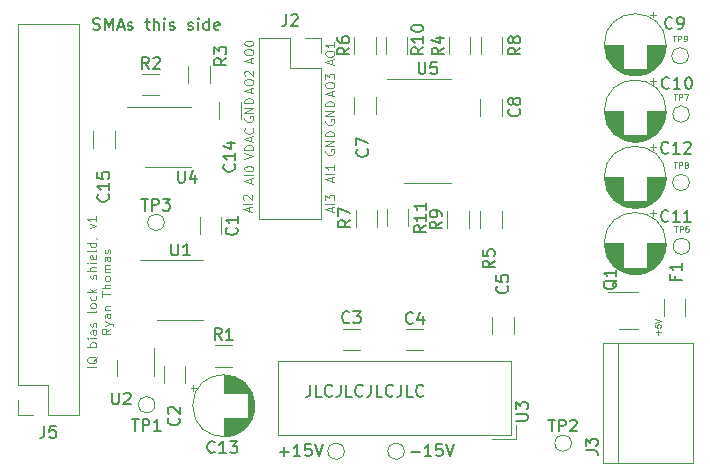
<source format=gbr>
%TF.GenerationSoftware,KiCad,Pcbnew,6.0.11-2627ca5db0~126~ubuntu20.04.1*%
%TF.CreationDate,2024-05-07T16:59:55-06:00*%
%TF.ProjectId,red-pitaya-pwm-shield,7265642d-7069-4746-9179-612d70776d2d,rev?*%
%TF.SameCoordinates,Original*%
%TF.FileFunction,Legend,Top*%
%TF.FilePolarity,Positive*%
%FSLAX46Y46*%
G04 Gerber Fmt 4.6, Leading zero omitted, Abs format (unit mm)*
G04 Created by KiCad (PCBNEW 6.0.11-2627ca5db0~126~ubuntu20.04.1) date 2024-05-07 16:59:55*
%MOMM*%
%LPD*%
G01*
G04 APERTURE LIST*
%ADD10C,0.150000*%
%ADD11C,0.100000*%
%ADD12C,0.120000*%
G04 APERTURE END LIST*
D10*
X79073952Y-93991180D02*
X79073952Y-94705466D01*
X79026333Y-94848323D01*
X78931095Y-94943561D01*
X78788238Y-94991180D01*
X78693000Y-94991180D01*
X80026333Y-94991180D02*
X79550142Y-94991180D01*
X79550142Y-93991180D01*
X80931095Y-94895942D02*
X80883476Y-94943561D01*
X80740619Y-94991180D01*
X80645380Y-94991180D01*
X80502523Y-94943561D01*
X80407285Y-94848323D01*
X80359666Y-94753085D01*
X80312047Y-94562609D01*
X80312047Y-94419752D01*
X80359666Y-94229276D01*
X80407285Y-94134038D01*
X80502523Y-94038800D01*
X80645380Y-93991180D01*
X80740619Y-93991180D01*
X80883476Y-94038800D01*
X80931095Y-94086419D01*
X81645380Y-93991180D02*
X81645380Y-94705466D01*
X81597761Y-94848323D01*
X81502523Y-94943561D01*
X81359666Y-94991180D01*
X81264428Y-94991180D01*
X82597761Y-94991180D02*
X82121571Y-94991180D01*
X82121571Y-93991180D01*
X83502523Y-94895942D02*
X83454904Y-94943561D01*
X83312047Y-94991180D01*
X83216809Y-94991180D01*
X83073952Y-94943561D01*
X82978714Y-94848323D01*
X82931095Y-94753085D01*
X82883476Y-94562609D01*
X82883476Y-94419752D01*
X82931095Y-94229276D01*
X82978714Y-94134038D01*
X83073952Y-94038800D01*
X83216809Y-93991180D01*
X83312047Y-93991180D01*
X83454904Y-94038800D01*
X83502523Y-94086419D01*
X84216809Y-93991180D02*
X84216809Y-94705466D01*
X84169190Y-94848323D01*
X84073952Y-94943561D01*
X83931095Y-94991180D01*
X83835857Y-94991180D01*
X85169190Y-94991180D02*
X84693000Y-94991180D01*
X84693000Y-93991180D01*
X86073952Y-94895942D02*
X86026333Y-94943561D01*
X85883476Y-94991180D01*
X85788238Y-94991180D01*
X85645380Y-94943561D01*
X85550142Y-94848323D01*
X85502523Y-94753085D01*
X85454904Y-94562609D01*
X85454904Y-94419752D01*
X85502523Y-94229276D01*
X85550142Y-94134038D01*
X85645380Y-94038800D01*
X85788238Y-93991180D01*
X85883476Y-93991180D01*
X86026333Y-94038800D01*
X86073952Y-94086419D01*
X86788238Y-93991180D02*
X86788238Y-94705466D01*
X86740619Y-94848323D01*
X86645380Y-94943561D01*
X86502523Y-94991180D01*
X86407285Y-94991180D01*
X87740619Y-94991180D02*
X87264428Y-94991180D01*
X87264428Y-93991180D01*
X88645380Y-94895942D02*
X88597761Y-94943561D01*
X88454904Y-94991180D01*
X88359666Y-94991180D01*
X88216809Y-94943561D01*
X88121571Y-94848323D01*
X88073952Y-94753085D01*
X88026333Y-94562609D01*
X88026333Y-94419752D01*
X88073952Y-94229276D01*
X88121571Y-94134038D01*
X88216809Y-94038800D01*
X88359666Y-93991180D01*
X88454904Y-93991180D01*
X88597761Y-94038800D01*
X88645380Y-94086419D01*
X76470095Y-99639428D02*
X77232000Y-99639428D01*
X76851047Y-100020380D02*
X76851047Y-99258476D01*
X78232000Y-100020380D02*
X77660571Y-100020380D01*
X77946285Y-100020380D02*
X77946285Y-99020380D01*
X77851047Y-99163238D01*
X77755809Y-99258476D01*
X77660571Y-99306095D01*
X79136761Y-99020380D02*
X78660571Y-99020380D01*
X78612952Y-99496571D01*
X78660571Y-99448952D01*
X78755809Y-99401333D01*
X78993904Y-99401333D01*
X79089142Y-99448952D01*
X79136761Y-99496571D01*
X79184380Y-99591809D01*
X79184380Y-99829904D01*
X79136761Y-99925142D01*
X79089142Y-99972761D01*
X78993904Y-100020380D01*
X78755809Y-100020380D01*
X78660571Y-99972761D01*
X78612952Y-99925142D01*
X79470095Y-99020380D02*
X79803428Y-100020380D01*
X80136761Y-99020380D01*
D11*
X80897000Y-76787285D02*
X80897000Y-76430142D01*
X81111285Y-76858714D02*
X80361285Y-76608714D01*
X81111285Y-76358714D01*
X81111285Y-76108714D02*
X80361285Y-76108714D01*
X81111285Y-75358714D02*
X81111285Y-75787285D01*
X81111285Y-75573000D02*
X80361285Y-75573000D01*
X80468428Y-75644428D01*
X80539857Y-75715857D01*
X80575571Y-75787285D01*
X80897000Y-79327285D02*
X80897000Y-78970142D01*
X81111285Y-79398714D02*
X80361285Y-79148714D01*
X81111285Y-78898714D01*
X81111285Y-78648714D02*
X80361285Y-78648714D01*
X80361285Y-78363000D02*
X80361285Y-77898714D01*
X80647000Y-78148714D01*
X80647000Y-78041571D01*
X80682714Y-77970142D01*
X80718428Y-77934428D01*
X80789857Y-77898714D01*
X80968428Y-77898714D01*
X81039857Y-77934428D01*
X81075571Y-77970142D01*
X81111285Y-78041571D01*
X81111285Y-78255857D01*
X81075571Y-78327285D01*
X81039857Y-78363000D01*
X80397000Y-74104428D02*
X80361285Y-74175857D01*
X80361285Y-74283000D01*
X80397000Y-74390142D01*
X80468428Y-74461571D01*
X80539857Y-74497285D01*
X80682714Y-74533000D01*
X80789857Y-74533000D01*
X80932714Y-74497285D01*
X81004142Y-74461571D01*
X81075571Y-74390142D01*
X81111285Y-74283000D01*
X81111285Y-74211571D01*
X81075571Y-74104428D01*
X81039857Y-74068714D01*
X80789857Y-74068714D01*
X80789857Y-74211571D01*
X81111285Y-73747285D02*
X80361285Y-73747285D01*
X81111285Y-73318714D01*
X80361285Y-73318714D01*
X81111285Y-72961571D02*
X80361285Y-72961571D01*
X80361285Y-72783000D01*
X80397000Y-72675857D01*
X80468428Y-72604428D01*
X80539857Y-72568714D01*
X80682714Y-72533000D01*
X80789857Y-72533000D01*
X80932714Y-72568714D01*
X81004142Y-72604428D01*
X81075571Y-72675857D01*
X81111285Y-72783000D01*
X81111285Y-72961571D01*
X73539000Y-71310428D02*
X73503285Y-71381857D01*
X73503285Y-71489000D01*
X73539000Y-71596142D01*
X73610428Y-71667571D01*
X73681857Y-71703285D01*
X73824714Y-71739000D01*
X73931857Y-71739000D01*
X74074714Y-71703285D01*
X74146142Y-71667571D01*
X74217571Y-71596142D01*
X74253285Y-71489000D01*
X74253285Y-71417571D01*
X74217571Y-71310428D01*
X74181857Y-71274714D01*
X73931857Y-71274714D01*
X73931857Y-71417571D01*
X74253285Y-70953285D02*
X73503285Y-70953285D01*
X74253285Y-70524714D01*
X73503285Y-70524714D01*
X74253285Y-70167571D02*
X73503285Y-70167571D01*
X73503285Y-69989000D01*
X73539000Y-69881857D01*
X73610428Y-69810428D01*
X73681857Y-69774714D01*
X73824714Y-69739000D01*
X73931857Y-69739000D01*
X74074714Y-69774714D01*
X74146142Y-69810428D01*
X74217571Y-69881857D01*
X74253285Y-69989000D01*
X74253285Y-70167571D01*
X74039000Y-69254571D02*
X74039000Y-68897428D01*
X74253285Y-69326000D02*
X73503285Y-69076000D01*
X74253285Y-68826000D01*
X73503285Y-68433142D02*
X73503285Y-68290285D01*
X73539000Y-68218857D01*
X73610428Y-68147428D01*
X73753285Y-68111714D01*
X74003285Y-68111714D01*
X74146142Y-68147428D01*
X74217571Y-68218857D01*
X74253285Y-68290285D01*
X74253285Y-68433142D01*
X74217571Y-68504571D01*
X74146142Y-68576000D01*
X74003285Y-68611714D01*
X73753285Y-68611714D01*
X73610428Y-68576000D01*
X73539000Y-68504571D01*
X73503285Y-68433142D01*
X73574714Y-67826000D02*
X73539000Y-67790285D01*
X73503285Y-67718857D01*
X73503285Y-67540285D01*
X73539000Y-67468857D01*
X73574714Y-67433142D01*
X73646142Y-67397428D01*
X73717571Y-67397428D01*
X73824714Y-67433142D01*
X74253285Y-67861714D01*
X74253285Y-67397428D01*
X74039000Y-66714571D02*
X74039000Y-66357428D01*
X74253285Y-66786000D02*
X73503285Y-66536000D01*
X74253285Y-66286000D01*
X73503285Y-65893142D02*
X73503285Y-65750285D01*
X73539000Y-65678857D01*
X73610428Y-65607428D01*
X73753285Y-65571714D01*
X74003285Y-65571714D01*
X74146142Y-65607428D01*
X74217571Y-65678857D01*
X74253285Y-65750285D01*
X74253285Y-65893142D01*
X74217571Y-65964571D01*
X74146142Y-66036000D01*
X74003285Y-66071714D01*
X73753285Y-66071714D01*
X73610428Y-66036000D01*
X73539000Y-65964571D01*
X73503285Y-65893142D01*
X73503285Y-65107428D02*
X73503285Y-65036000D01*
X73539000Y-64964571D01*
X73574714Y-64928857D01*
X73646142Y-64893142D01*
X73789000Y-64857428D01*
X73967571Y-64857428D01*
X74110428Y-64893142D01*
X74181857Y-64928857D01*
X74217571Y-64964571D01*
X74253285Y-65036000D01*
X74253285Y-65107428D01*
X74217571Y-65178857D01*
X74181857Y-65214571D01*
X74110428Y-65250285D01*
X73967571Y-65286000D01*
X73789000Y-65286000D01*
X73646142Y-65250285D01*
X73574714Y-65214571D01*
X73539000Y-65178857D01*
X73503285Y-65107428D01*
X80897000Y-69508571D02*
X80897000Y-69151428D01*
X81111285Y-69580000D02*
X80361285Y-69330000D01*
X81111285Y-69080000D01*
X80361285Y-68687142D02*
X80361285Y-68544285D01*
X80397000Y-68472857D01*
X80468428Y-68401428D01*
X80611285Y-68365714D01*
X80861285Y-68365714D01*
X81004142Y-68401428D01*
X81075571Y-68472857D01*
X81111285Y-68544285D01*
X81111285Y-68687142D01*
X81075571Y-68758571D01*
X81004142Y-68830000D01*
X80861285Y-68865714D01*
X80611285Y-68865714D01*
X80468428Y-68830000D01*
X80397000Y-68758571D01*
X80361285Y-68687142D01*
X80361285Y-68115714D02*
X80361285Y-67651428D01*
X80647000Y-67901428D01*
X80647000Y-67794285D01*
X80682714Y-67722857D01*
X80718428Y-67687142D01*
X80789857Y-67651428D01*
X80968428Y-67651428D01*
X81039857Y-67687142D01*
X81075571Y-67722857D01*
X81111285Y-67794285D01*
X81111285Y-68008571D01*
X81075571Y-68080000D01*
X81039857Y-68115714D01*
D10*
X87569895Y-99639428D02*
X88331800Y-99639428D01*
X89331800Y-100020380D02*
X88760371Y-100020380D01*
X89046085Y-100020380D02*
X89046085Y-99020380D01*
X88950847Y-99163238D01*
X88855609Y-99258476D01*
X88760371Y-99306095D01*
X90236561Y-99020380D02*
X89760371Y-99020380D01*
X89712752Y-99496571D01*
X89760371Y-99448952D01*
X89855609Y-99401333D01*
X90093704Y-99401333D01*
X90188942Y-99448952D01*
X90236561Y-99496571D01*
X90284180Y-99591809D01*
X90284180Y-99829904D01*
X90236561Y-99925142D01*
X90188942Y-99972761D01*
X90093704Y-100020380D01*
X89855609Y-100020380D01*
X89760371Y-99972761D01*
X89712752Y-99925142D01*
X90569895Y-99020380D02*
X90903228Y-100020380D01*
X91236561Y-99020380D01*
X60682857Y-63904761D02*
X60825714Y-63952380D01*
X61063809Y-63952380D01*
X61159047Y-63904761D01*
X61206666Y-63857142D01*
X61254285Y-63761904D01*
X61254285Y-63666666D01*
X61206666Y-63571428D01*
X61159047Y-63523809D01*
X61063809Y-63476190D01*
X60873333Y-63428571D01*
X60778095Y-63380952D01*
X60730476Y-63333333D01*
X60682857Y-63238095D01*
X60682857Y-63142857D01*
X60730476Y-63047619D01*
X60778095Y-63000000D01*
X60873333Y-62952380D01*
X61111428Y-62952380D01*
X61254285Y-63000000D01*
X61682857Y-63952380D02*
X61682857Y-62952380D01*
X62016190Y-63666666D01*
X62349523Y-62952380D01*
X62349523Y-63952380D01*
X62778095Y-63666666D02*
X63254285Y-63666666D01*
X62682857Y-63952380D02*
X63016190Y-62952380D01*
X63349523Y-63952380D01*
X63635238Y-63904761D02*
X63730476Y-63952380D01*
X63920952Y-63952380D01*
X64016190Y-63904761D01*
X64063809Y-63809523D01*
X64063809Y-63761904D01*
X64016190Y-63666666D01*
X63920952Y-63619047D01*
X63778095Y-63619047D01*
X63682857Y-63571428D01*
X63635238Y-63476190D01*
X63635238Y-63428571D01*
X63682857Y-63333333D01*
X63778095Y-63285714D01*
X63920952Y-63285714D01*
X64016190Y-63333333D01*
X65111428Y-63285714D02*
X65492380Y-63285714D01*
X65254285Y-62952380D02*
X65254285Y-63809523D01*
X65301904Y-63904761D01*
X65397142Y-63952380D01*
X65492380Y-63952380D01*
X65825714Y-63952380D02*
X65825714Y-62952380D01*
X66254285Y-63952380D02*
X66254285Y-63428571D01*
X66206666Y-63333333D01*
X66111428Y-63285714D01*
X65968571Y-63285714D01*
X65873333Y-63333333D01*
X65825714Y-63380952D01*
X66730476Y-63952380D02*
X66730476Y-63285714D01*
X66730476Y-62952380D02*
X66682857Y-63000000D01*
X66730476Y-63047619D01*
X66778095Y-63000000D01*
X66730476Y-62952380D01*
X66730476Y-63047619D01*
X67159047Y-63904761D02*
X67254285Y-63952380D01*
X67444761Y-63952380D01*
X67540000Y-63904761D01*
X67587619Y-63809523D01*
X67587619Y-63761904D01*
X67540000Y-63666666D01*
X67444761Y-63619047D01*
X67301904Y-63619047D01*
X67206666Y-63571428D01*
X67159047Y-63476190D01*
X67159047Y-63428571D01*
X67206666Y-63333333D01*
X67301904Y-63285714D01*
X67444761Y-63285714D01*
X67540000Y-63333333D01*
X68730476Y-63904761D02*
X68825714Y-63952380D01*
X69016190Y-63952380D01*
X69111428Y-63904761D01*
X69159047Y-63809523D01*
X69159047Y-63761904D01*
X69111428Y-63666666D01*
X69016190Y-63619047D01*
X68873333Y-63619047D01*
X68778095Y-63571428D01*
X68730476Y-63476190D01*
X68730476Y-63428571D01*
X68778095Y-63333333D01*
X68873333Y-63285714D01*
X69016190Y-63285714D01*
X69111428Y-63333333D01*
X69587619Y-63952380D02*
X69587619Y-63285714D01*
X69587619Y-62952380D02*
X69540000Y-63000000D01*
X69587619Y-63047619D01*
X69635238Y-63000000D01*
X69587619Y-62952380D01*
X69587619Y-63047619D01*
X70492380Y-63952380D02*
X70492380Y-62952380D01*
X70492380Y-63904761D02*
X70397142Y-63952380D01*
X70206666Y-63952380D01*
X70111428Y-63904761D01*
X70063809Y-63857142D01*
X70016190Y-63761904D01*
X70016190Y-63476190D01*
X70063809Y-63380952D01*
X70111428Y-63333333D01*
X70206666Y-63285714D01*
X70397142Y-63285714D01*
X70492380Y-63333333D01*
X71349523Y-63904761D02*
X71254285Y-63952380D01*
X71063809Y-63952380D01*
X70968571Y-63904761D01*
X70920952Y-63809523D01*
X70920952Y-63428571D01*
X70968571Y-63333333D01*
X71063809Y-63285714D01*
X71254285Y-63285714D01*
X71349523Y-63333333D01*
X71397142Y-63428571D01*
X71397142Y-63523809D01*
X70920952Y-63619047D01*
D11*
X73503285Y-74854428D02*
X74253285Y-74604428D01*
X73503285Y-74354428D01*
X74253285Y-74104428D02*
X73503285Y-74104428D01*
X73503285Y-73925857D01*
X73539000Y-73818714D01*
X73610428Y-73747285D01*
X73681857Y-73711571D01*
X73824714Y-73675857D01*
X73931857Y-73675857D01*
X74074714Y-73711571D01*
X74146142Y-73747285D01*
X74217571Y-73818714D01*
X74253285Y-73925857D01*
X74253285Y-74104428D01*
X74039000Y-73390142D02*
X74039000Y-73033000D01*
X74253285Y-73461571D02*
X73503285Y-73211571D01*
X74253285Y-72961571D01*
X74181857Y-72283000D02*
X74217571Y-72318714D01*
X74253285Y-72425857D01*
X74253285Y-72497285D01*
X74217571Y-72604428D01*
X74146142Y-72675857D01*
X74074714Y-72711571D01*
X73931857Y-72747285D01*
X73824714Y-72747285D01*
X73681857Y-72711571D01*
X73610428Y-72675857D01*
X73539000Y-72604428D01*
X73503285Y-72497285D01*
X73503285Y-72425857D01*
X73539000Y-72318714D01*
X73574714Y-72283000D01*
X80897000Y-66841571D02*
X80897000Y-66484428D01*
X81111285Y-66913000D02*
X80361285Y-66663000D01*
X81111285Y-66413000D01*
X80361285Y-66020142D02*
X80361285Y-65877285D01*
X80397000Y-65805857D01*
X80468428Y-65734428D01*
X80611285Y-65698714D01*
X80861285Y-65698714D01*
X81004142Y-65734428D01*
X81075571Y-65805857D01*
X81111285Y-65877285D01*
X81111285Y-66020142D01*
X81075571Y-66091571D01*
X81004142Y-66163000D01*
X80861285Y-66198714D01*
X80611285Y-66198714D01*
X80468428Y-66163000D01*
X80397000Y-66091571D01*
X80361285Y-66020142D01*
X81111285Y-64984428D02*
X81111285Y-65413000D01*
X81111285Y-65198714D02*
X80361285Y-65198714D01*
X80468428Y-65270142D01*
X80539857Y-65341571D01*
X80575571Y-65413000D01*
X60949535Y-92463142D02*
X60199535Y-92463142D01*
X61020964Y-91606000D02*
X60985250Y-91677428D01*
X60913821Y-91748857D01*
X60806678Y-91856000D01*
X60770964Y-91927428D01*
X60770964Y-91998857D01*
X60949535Y-91963142D02*
X60913821Y-92034571D01*
X60842392Y-92106000D01*
X60699535Y-92141714D01*
X60449535Y-92141714D01*
X60306678Y-92106000D01*
X60235250Y-92034571D01*
X60199535Y-91963142D01*
X60199535Y-91820285D01*
X60235250Y-91748857D01*
X60306678Y-91677428D01*
X60449535Y-91641714D01*
X60699535Y-91641714D01*
X60842392Y-91677428D01*
X60913821Y-91748857D01*
X60949535Y-91820285D01*
X60949535Y-91963142D01*
X60949535Y-90748857D02*
X60199535Y-90748857D01*
X60485250Y-90748857D02*
X60449535Y-90677428D01*
X60449535Y-90534571D01*
X60485250Y-90463142D01*
X60520964Y-90427428D01*
X60592392Y-90391714D01*
X60806678Y-90391714D01*
X60878107Y-90427428D01*
X60913821Y-90463142D01*
X60949535Y-90534571D01*
X60949535Y-90677428D01*
X60913821Y-90748857D01*
X60949535Y-90070285D02*
X60449535Y-90070285D01*
X60199535Y-90070285D02*
X60235250Y-90106000D01*
X60270964Y-90070285D01*
X60235250Y-90034571D01*
X60199535Y-90070285D01*
X60270964Y-90070285D01*
X60949535Y-89391714D02*
X60556678Y-89391714D01*
X60485250Y-89427428D01*
X60449535Y-89498857D01*
X60449535Y-89641714D01*
X60485250Y-89713142D01*
X60913821Y-89391714D02*
X60949535Y-89463142D01*
X60949535Y-89641714D01*
X60913821Y-89713142D01*
X60842392Y-89748857D01*
X60770964Y-89748857D01*
X60699535Y-89713142D01*
X60663821Y-89641714D01*
X60663821Y-89463142D01*
X60628107Y-89391714D01*
X60913821Y-89070285D02*
X60949535Y-88998857D01*
X60949535Y-88856000D01*
X60913821Y-88784571D01*
X60842392Y-88748857D01*
X60806678Y-88748857D01*
X60735250Y-88784571D01*
X60699535Y-88856000D01*
X60699535Y-88963142D01*
X60663821Y-89034571D01*
X60592392Y-89070285D01*
X60556678Y-89070285D01*
X60485250Y-89034571D01*
X60449535Y-88963142D01*
X60449535Y-88856000D01*
X60485250Y-88784571D01*
X60949535Y-87748857D02*
X60913821Y-87820285D01*
X60842392Y-87856000D01*
X60199535Y-87856000D01*
X60949535Y-87356000D02*
X60913821Y-87427428D01*
X60878107Y-87463142D01*
X60806678Y-87498857D01*
X60592392Y-87498857D01*
X60520964Y-87463142D01*
X60485250Y-87427428D01*
X60449535Y-87356000D01*
X60449535Y-87248857D01*
X60485250Y-87177428D01*
X60520964Y-87141714D01*
X60592392Y-87106000D01*
X60806678Y-87106000D01*
X60878107Y-87141714D01*
X60913821Y-87177428D01*
X60949535Y-87248857D01*
X60949535Y-87356000D01*
X60913821Y-86463142D02*
X60949535Y-86534571D01*
X60949535Y-86677428D01*
X60913821Y-86748857D01*
X60878107Y-86784571D01*
X60806678Y-86820285D01*
X60592392Y-86820285D01*
X60520964Y-86784571D01*
X60485250Y-86748857D01*
X60449535Y-86677428D01*
X60449535Y-86534571D01*
X60485250Y-86463142D01*
X60949535Y-86141714D02*
X60199535Y-86141714D01*
X60663821Y-86070285D02*
X60949535Y-85856000D01*
X60449535Y-85856000D02*
X60735250Y-86141714D01*
X60913821Y-84998857D02*
X60949535Y-84927428D01*
X60949535Y-84784571D01*
X60913821Y-84713142D01*
X60842392Y-84677428D01*
X60806678Y-84677428D01*
X60735250Y-84713142D01*
X60699535Y-84784571D01*
X60699535Y-84891714D01*
X60663821Y-84963142D01*
X60592392Y-84998857D01*
X60556678Y-84998857D01*
X60485250Y-84963142D01*
X60449535Y-84891714D01*
X60449535Y-84784571D01*
X60485250Y-84713142D01*
X60949535Y-84356000D02*
X60199535Y-84356000D01*
X60949535Y-84034571D02*
X60556678Y-84034571D01*
X60485250Y-84070285D01*
X60449535Y-84141714D01*
X60449535Y-84248857D01*
X60485250Y-84320285D01*
X60520964Y-84356000D01*
X60949535Y-83677428D02*
X60449535Y-83677428D01*
X60199535Y-83677428D02*
X60235250Y-83713142D01*
X60270964Y-83677428D01*
X60235250Y-83641714D01*
X60199535Y-83677428D01*
X60270964Y-83677428D01*
X60913821Y-83034571D02*
X60949535Y-83106000D01*
X60949535Y-83248857D01*
X60913821Y-83320285D01*
X60842392Y-83356000D01*
X60556678Y-83356000D01*
X60485250Y-83320285D01*
X60449535Y-83248857D01*
X60449535Y-83106000D01*
X60485250Y-83034571D01*
X60556678Y-82998857D01*
X60628107Y-82998857D01*
X60699535Y-83356000D01*
X60949535Y-82570285D02*
X60913821Y-82641714D01*
X60842392Y-82677428D01*
X60199535Y-82677428D01*
X60949535Y-81963142D02*
X60199535Y-81963142D01*
X60913821Y-81963142D02*
X60949535Y-82034571D01*
X60949535Y-82177428D01*
X60913821Y-82248857D01*
X60878107Y-82284571D01*
X60806678Y-82320285D01*
X60592392Y-82320285D01*
X60520964Y-82284571D01*
X60485250Y-82248857D01*
X60449535Y-82177428D01*
X60449535Y-82034571D01*
X60485250Y-81963142D01*
X60913821Y-81570285D02*
X60949535Y-81570285D01*
X61020964Y-81606000D01*
X61056678Y-81641714D01*
X60449535Y-80748857D02*
X60949535Y-80570285D01*
X60449535Y-80391714D01*
X60949535Y-79713142D02*
X60949535Y-80141714D01*
X60949535Y-79927428D02*
X60199535Y-79927428D01*
X60306678Y-79998857D01*
X60378107Y-80070285D01*
X60413821Y-80141714D01*
X62157035Y-89231000D02*
X61799892Y-89481000D01*
X62157035Y-89659571D02*
X61407035Y-89659571D01*
X61407035Y-89373857D01*
X61442750Y-89302428D01*
X61478464Y-89266714D01*
X61549892Y-89231000D01*
X61657035Y-89231000D01*
X61728464Y-89266714D01*
X61764178Y-89302428D01*
X61799892Y-89373857D01*
X61799892Y-89659571D01*
X61657035Y-88981000D02*
X62157035Y-88802428D01*
X61657035Y-88623857D02*
X62157035Y-88802428D01*
X62335607Y-88873857D01*
X62371321Y-88909571D01*
X62407035Y-88981000D01*
X62157035Y-88016714D02*
X61764178Y-88016714D01*
X61692750Y-88052428D01*
X61657035Y-88123857D01*
X61657035Y-88266714D01*
X61692750Y-88338142D01*
X62121321Y-88016714D02*
X62157035Y-88088142D01*
X62157035Y-88266714D01*
X62121321Y-88338142D01*
X62049892Y-88373857D01*
X61978464Y-88373857D01*
X61907035Y-88338142D01*
X61871321Y-88266714D01*
X61871321Y-88088142D01*
X61835607Y-88016714D01*
X61657035Y-87659571D02*
X62157035Y-87659571D01*
X61728464Y-87659571D02*
X61692750Y-87623857D01*
X61657035Y-87552428D01*
X61657035Y-87445285D01*
X61692750Y-87373857D01*
X61764178Y-87338142D01*
X62157035Y-87338142D01*
X61407035Y-86516714D02*
X61407035Y-86088142D01*
X62157035Y-86302428D02*
X61407035Y-86302428D01*
X62157035Y-85838142D02*
X61407035Y-85838142D01*
X62157035Y-85516714D02*
X61764178Y-85516714D01*
X61692750Y-85552428D01*
X61657035Y-85623857D01*
X61657035Y-85731000D01*
X61692750Y-85802428D01*
X61728464Y-85838142D01*
X62157035Y-85052428D02*
X62121321Y-85123857D01*
X62085607Y-85159571D01*
X62014178Y-85195285D01*
X61799892Y-85195285D01*
X61728464Y-85159571D01*
X61692750Y-85123857D01*
X61657035Y-85052428D01*
X61657035Y-84945285D01*
X61692750Y-84873857D01*
X61728464Y-84838142D01*
X61799892Y-84802428D01*
X62014178Y-84802428D01*
X62085607Y-84838142D01*
X62121321Y-84873857D01*
X62157035Y-84945285D01*
X62157035Y-85052428D01*
X62157035Y-84481000D02*
X61657035Y-84481000D01*
X61728464Y-84481000D02*
X61692750Y-84445285D01*
X61657035Y-84373857D01*
X61657035Y-84266714D01*
X61692750Y-84195285D01*
X61764178Y-84159571D01*
X62157035Y-84159571D01*
X61764178Y-84159571D02*
X61692750Y-84123857D01*
X61657035Y-84052428D01*
X61657035Y-83945285D01*
X61692750Y-83873857D01*
X61764178Y-83838142D01*
X62157035Y-83838142D01*
X62157035Y-83159571D02*
X61764178Y-83159571D01*
X61692750Y-83195285D01*
X61657035Y-83266714D01*
X61657035Y-83409571D01*
X61692750Y-83481000D01*
X62121321Y-83159571D02*
X62157035Y-83231000D01*
X62157035Y-83409571D01*
X62121321Y-83481000D01*
X62049892Y-83516714D01*
X61978464Y-83516714D01*
X61907035Y-83481000D01*
X61871321Y-83409571D01*
X61871321Y-83231000D01*
X61835607Y-83159571D01*
X62121321Y-82838142D02*
X62157035Y-82766714D01*
X62157035Y-82623857D01*
X62121321Y-82552428D01*
X62049892Y-82516714D01*
X62014178Y-82516714D01*
X61942750Y-82552428D01*
X61907035Y-82623857D01*
X61907035Y-82731000D01*
X61871321Y-82802428D01*
X61799892Y-82838142D01*
X61764178Y-82838142D01*
X61692750Y-82802428D01*
X61657035Y-82731000D01*
X61657035Y-82623857D01*
X61692750Y-82552428D01*
X73912000Y-79327285D02*
X73912000Y-78970142D01*
X74126285Y-79398714D02*
X73376285Y-79148714D01*
X74126285Y-78898714D01*
X74126285Y-78648714D02*
X73376285Y-78648714D01*
X73447714Y-78327285D02*
X73412000Y-78291571D01*
X73376285Y-78220142D01*
X73376285Y-78041571D01*
X73412000Y-77970142D01*
X73447714Y-77934428D01*
X73519142Y-77898714D01*
X73590571Y-77898714D01*
X73697714Y-77934428D01*
X74126285Y-78363000D01*
X74126285Y-77898714D01*
X74039000Y-76914285D02*
X74039000Y-76557142D01*
X74253285Y-76985714D02*
X73503285Y-76735714D01*
X74253285Y-76485714D01*
X74253285Y-76235714D02*
X73503285Y-76235714D01*
X73503285Y-75735714D02*
X73503285Y-75664285D01*
X73539000Y-75592857D01*
X73574714Y-75557142D01*
X73646142Y-75521428D01*
X73789000Y-75485714D01*
X73967571Y-75485714D01*
X74110428Y-75521428D01*
X74181857Y-75557142D01*
X74217571Y-75592857D01*
X74253285Y-75664285D01*
X74253285Y-75735714D01*
X74217571Y-75807142D01*
X74181857Y-75842857D01*
X74110428Y-75878571D01*
X73967571Y-75914285D01*
X73789000Y-75914285D01*
X73646142Y-75878571D01*
X73574714Y-75842857D01*
X73539000Y-75807142D01*
X73503285Y-75735714D01*
X80397000Y-71564428D02*
X80361285Y-71635857D01*
X80361285Y-71743000D01*
X80397000Y-71850142D01*
X80468428Y-71921571D01*
X80539857Y-71957285D01*
X80682714Y-71993000D01*
X80789857Y-71993000D01*
X80932714Y-71957285D01*
X81004142Y-71921571D01*
X81075571Y-71850142D01*
X81111285Y-71743000D01*
X81111285Y-71671571D01*
X81075571Y-71564428D01*
X81039857Y-71528714D01*
X80789857Y-71528714D01*
X80789857Y-71671571D01*
X81111285Y-71207285D02*
X80361285Y-71207285D01*
X81111285Y-70778714D01*
X80361285Y-70778714D01*
X81111285Y-70421571D02*
X80361285Y-70421571D01*
X80361285Y-70243000D01*
X80397000Y-70135857D01*
X80468428Y-70064428D01*
X80539857Y-70028714D01*
X80682714Y-69993000D01*
X80789857Y-69993000D01*
X80932714Y-70028714D01*
X81004142Y-70064428D01*
X81075571Y-70135857D01*
X81111285Y-70243000D01*
X81111285Y-70421571D01*
X108544514Y-89746057D02*
X108544514Y-89365104D01*
X108734990Y-89555580D02*
X108354038Y-89555580D01*
X108234990Y-88888914D02*
X108234990Y-89127009D01*
X108473085Y-89150819D01*
X108449276Y-89127009D01*
X108425466Y-89079390D01*
X108425466Y-88960342D01*
X108449276Y-88912723D01*
X108473085Y-88888914D01*
X108520704Y-88865104D01*
X108639752Y-88865104D01*
X108687371Y-88888914D01*
X108711180Y-88912723D01*
X108734990Y-88960342D01*
X108734990Y-89079390D01*
X108711180Y-89127009D01*
X108687371Y-89150819D01*
X108234990Y-88722247D02*
X108734990Y-88555580D01*
X108234990Y-88388914D01*
D10*
%TO.C,R8*%
X96845380Y-65444666D02*
X96369190Y-65778000D01*
X96845380Y-66016095D02*
X95845380Y-66016095D01*
X95845380Y-65635142D01*
X95893000Y-65539904D01*
X95940619Y-65492285D01*
X96035857Y-65444666D01*
X96178714Y-65444666D01*
X96273952Y-65492285D01*
X96321571Y-65539904D01*
X96369190Y-65635142D01*
X96369190Y-66016095D01*
X96273952Y-64873238D02*
X96226333Y-64968476D01*
X96178714Y-65016095D01*
X96083476Y-65063714D01*
X96035857Y-65063714D01*
X95940619Y-65016095D01*
X95893000Y-64968476D01*
X95845380Y-64873238D01*
X95845380Y-64682761D01*
X95893000Y-64587523D01*
X95940619Y-64539904D01*
X96035857Y-64492285D01*
X96083476Y-64492285D01*
X96178714Y-64539904D01*
X96226333Y-64587523D01*
X96273952Y-64682761D01*
X96273952Y-64873238D01*
X96321571Y-64968476D01*
X96369190Y-65016095D01*
X96464428Y-65063714D01*
X96654904Y-65063714D01*
X96750142Y-65016095D01*
X96797761Y-64968476D01*
X96845380Y-64873238D01*
X96845380Y-64682761D01*
X96797761Y-64587523D01*
X96750142Y-64539904D01*
X96654904Y-64492285D01*
X96464428Y-64492285D01*
X96369190Y-64539904D01*
X96321571Y-64587523D01*
X96273952Y-64682761D01*
%TO.C,U2*%
X62306295Y-94651580D02*
X62306295Y-95461104D01*
X62353914Y-95556342D01*
X62401533Y-95603961D01*
X62496771Y-95651580D01*
X62687247Y-95651580D01*
X62782485Y-95603961D01*
X62830104Y-95556342D01*
X62877723Y-95461104D01*
X62877723Y-94651580D01*
X63306295Y-94746819D02*
X63353914Y-94699200D01*
X63449152Y-94651580D01*
X63687247Y-94651580D01*
X63782485Y-94699200D01*
X63830104Y-94746819D01*
X63877723Y-94842057D01*
X63877723Y-94937295D01*
X63830104Y-95080152D01*
X63258676Y-95651580D01*
X63877723Y-95651580D01*
%TO.C,R10*%
X88632380Y-65412857D02*
X88156190Y-65746190D01*
X88632380Y-65984285D02*
X87632380Y-65984285D01*
X87632380Y-65603333D01*
X87680000Y-65508095D01*
X87727619Y-65460476D01*
X87822857Y-65412857D01*
X87965714Y-65412857D01*
X88060952Y-65460476D01*
X88108571Y-65508095D01*
X88156190Y-65603333D01*
X88156190Y-65984285D01*
X88632380Y-64460476D02*
X88632380Y-65031904D01*
X88632380Y-64746190D02*
X87632380Y-64746190D01*
X87775238Y-64841428D01*
X87870476Y-64936666D01*
X87918095Y-65031904D01*
X87632380Y-63841428D02*
X87632380Y-63746190D01*
X87680000Y-63650952D01*
X87727619Y-63603333D01*
X87822857Y-63555714D01*
X88013333Y-63508095D01*
X88251428Y-63508095D01*
X88441904Y-63555714D01*
X88537142Y-63603333D01*
X88584761Y-63650952D01*
X88632380Y-63746190D01*
X88632380Y-63841428D01*
X88584761Y-63936666D01*
X88537142Y-63984285D01*
X88441904Y-64031904D01*
X88251428Y-64079523D01*
X88013333Y-64079523D01*
X87822857Y-64031904D01*
X87727619Y-63984285D01*
X87680000Y-63936666D01*
X87632380Y-63841428D01*
%TO.C,R4*%
X90368380Y-65444666D02*
X89892190Y-65778000D01*
X90368380Y-66016095D02*
X89368380Y-66016095D01*
X89368380Y-65635142D01*
X89416000Y-65539904D01*
X89463619Y-65492285D01*
X89558857Y-65444666D01*
X89701714Y-65444666D01*
X89796952Y-65492285D01*
X89844571Y-65539904D01*
X89892190Y-65635142D01*
X89892190Y-66016095D01*
X89701714Y-64587523D02*
X90368380Y-64587523D01*
X89320761Y-64825619D02*
X90035047Y-65063714D01*
X90035047Y-64444666D01*
%TO.C,Q1*%
X105017819Y-85134438D02*
X104970200Y-85229676D01*
X104874961Y-85324914D01*
X104732104Y-85467771D01*
X104684485Y-85563009D01*
X104684485Y-85658247D01*
X104922580Y-85610628D02*
X104874961Y-85705866D01*
X104779723Y-85801104D01*
X104589247Y-85848723D01*
X104255914Y-85848723D01*
X104065438Y-85801104D01*
X103970200Y-85705866D01*
X103922580Y-85610628D01*
X103922580Y-85420152D01*
X103970200Y-85324914D01*
X104065438Y-85229676D01*
X104255914Y-85182057D01*
X104589247Y-85182057D01*
X104779723Y-85229676D01*
X104874961Y-85324914D01*
X104922580Y-85420152D01*
X104922580Y-85610628D01*
X104922580Y-84229676D02*
X104922580Y-84801104D01*
X104922580Y-84515390D02*
X103922580Y-84515390D01*
X104065438Y-84610628D01*
X104160676Y-84705866D01*
X104208295Y-84801104D01*
%TO.C,R7*%
X82452380Y-80049666D02*
X81976190Y-80383000D01*
X82452380Y-80621095D02*
X81452380Y-80621095D01*
X81452380Y-80240142D01*
X81500000Y-80144904D01*
X81547619Y-80097285D01*
X81642857Y-80049666D01*
X81785714Y-80049666D01*
X81880952Y-80097285D01*
X81928571Y-80144904D01*
X81976190Y-80240142D01*
X81976190Y-80621095D01*
X81452380Y-79716333D02*
X81452380Y-79049666D01*
X82452380Y-79478238D01*
%TO.C,R1*%
X71562333Y-90199380D02*
X71229000Y-89723190D01*
X70990904Y-90199380D02*
X70990904Y-89199380D01*
X71371857Y-89199380D01*
X71467095Y-89247000D01*
X71514714Y-89294619D01*
X71562333Y-89389857D01*
X71562333Y-89532714D01*
X71514714Y-89627952D01*
X71467095Y-89675571D01*
X71371857Y-89723190D01*
X70990904Y-89723190D01*
X72514714Y-90199380D02*
X71943285Y-90199380D01*
X72229000Y-90199380D02*
X72229000Y-89199380D01*
X72133761Y-89342238D01*
X72038523Y-89437476D01*
X71943285Y-89485095D01*
%TO.C,J2*%
X77029666Y-62620380D02*
X77029666Y-63334666D01*
X76982047Y-63477523D01*
X76886809Y-63572761D01*
X76743952Y-63620380D01*
X76648714Y-63620380D01*
X77458238Y-62715619D02*
X77505857Y-62668000D01*
X77601095Y-62620380D01*
X77839190Y-62620380D01*
X77934428Y-62668000D01*
X77982047Y-62715619D01*
X78029666Y-62810857D01*
X78029666Y-62906095D01*
X77982047Y-63048952D01*
X77410619Y-63620380D01*
X78029666Y-63620380D01*
%TO.C,R9*%
X90199380Y-80176666D02*
X89723190Y-80510000D01*
X90199380Y-80748095D02*
X89199380Y-80748095D01*
X89199380Y-80367142D01*
X89247000Y-80271904D01*
X89294619Y-80224285D01*
X89389857Y-80176666D01*
X89532714Y-80176666D01*
X89627952Y-80224285D01*
X89675571Y-80271904D01*
X89723190Y-80367142D01*
X89723190Y-80748095D01*
X90199380Y-79700476D02*
X90199380Y-79510000D01*
X90151761Y-79414761D01*
X90104142Y-79367142D01*
X89961285Y-79271904D01*
X89770809Y-79224285D01*
X89389857Y-79224285D01*
X89294619Y-79271904D01*
X89247000Y-79319523D01*
X89199380Y-79414761D01*
X89199380Y-79605238D01*
X89247000Y-79700476D01*
X89294619Y-79748095D01*
X89389857Y-79795714D01*
X89627952Y-79795714D01*
X89723190Y-79748095D01*
X89770809Y-79700476D01*
X89818428Y-79605238D01*
X89818428Y-79414761D01*
X89770809Y-79319523D01*
X89723190Y-79271904D01*
X89627952Y-79224285D01*
%TO.C,R2*%
X65391333Y-67254380D02*
X65058000Y-66778190D01*
X64819904Y-67254380D02*
X64819904Y-66254380D01*
X65200857Y-66254380D01*
X65296095Y-66302000D01*
X65343714Y-66349619D01*
X65391333Y-66444857D01*
X65391333Y-66587714D01*
X65343714Y-66682952D01*
X65296095Y-66730571D01*
X65200857Y-66778190D01*
X64819904Y-66778190D01*
X65772285Y-66349619D02*
X65819904Y-66302000D01*
X65915142Y-66254380D01*
X66153238Y-66254380D01*
X66248476Y-66302000D01*
X66296095Y-66349619D01*
X66343714Y-66444857D01*
X66343714Y-66540095D01*
X66296095Y-66682952D01*
X65724666Y-67254380D01*
X66343714Y-67254380D01*
%TO.C,R6*%
X82367380Y-65441666D02*
X81891190Y-65775000D01*
X82367380Y-66013095D02*
X81367380Y-66013095D01*
X81367380Y-65632142D01*
X81415000Y-65536904D01*
X81462619Y-65489285D01*
X81557857Y-65441666D01*
X81700714Y-65441666D01*
X81795952Y-65489285D01*
X81843571Y-65536904D01*
X81891190Y-65632142D01*
X81891190Y-66013095D01*
X81367380Y-64584523D02*
X81367380Y-64775000D01*
X81415000Y-64870238D01*
X81462619Y-64917857D01*
X81605476Y-65013095D01*
X81795952Y-65060714D01*
X82176904Y-65060714D01*
X82272142Y-65013095D01*
X82319761Y-64965476D01*
X82367380Y-64870238D01*
X82367380Y-64679761D01*
X82319761Y-64584523D01*
X82272142Y-64536904D01*
X82176904Y-64489285D01*
X81938809Y-64489285D01*
X81843571Y-64536904D01*
X81795952Y-64584523D01*
X81748333Y-64679761D01*
X81748333Y-64870238D01*
X81795952Y-64965476D01*
X81843571Y-65013095D01*
X81938809Y-65060714D01*
%TO.C,R5*%
X94686380Y-83478666D02*
X94210190Y-83812000D01*
X94686380Y-84050095D02*
X93686380Y-84050095D01*
X93686380Y-83669142D01*
X93734000Y-83573904D01*
X93781619Y-83526285D01*
X93876857Y-83478666D01*
X94019714Y-83478666D01*
X94114952Y-83526285D01*
X94162571Y-83573904D01*
X94210190Y-83669142D01*
X94210190Y-84050095D01*
X93686380Y-82573904D02*
X93686380Y-83050095D01*
X94162571Y-83097714D01*
X94114952Y-83050095D01*
X94067333Y-82954857D01*
X94067333Y-82716761D01*
X94114952Y-82621523D01*
X94162571Y-82573904D01*
X94257809Y-82526285D01*
X94495904Y-82526285D01*
X94591142Y-82573904D01*
X94638761Y-82621523D01*
X94686380Y-82716761D01*
X94686380Y-82954857D01*
X94638761Y-83050095D01*
X94591142Y-83097714D01*
%TO.C,TP2*%
X99220495Y-96937380D02*
X99791923Y-96937380D01*
X99506209Y-97937380D02*
X99506209Y-96937380D01*
X100125257Y-97937380D02*
X100125257Y-96937380D01*
X100506209Y-96937380D01*
X100601447Y-96985000D01*
X100649066Y-97032619D01*
X100696685Y-97127857D01*
X100696685Y-97270714D01*
X100649066Y-97365952D01*
X100601447Y-97413571D01*
X100506209Y-97461190D01*
X100125257Y-97461190D01*
X101077638Y-97032619D02*
X101125257Y-96985000D01*
X101220495Y-96937380D01*
X101458590Y-96937380D01*
X101553828Y-96985000D01*
X101601447Y-97032619D01*
X101649066Y-97127857D01*
X101649066Y-97223095D01*
X101601447Y-97365952D01*
X101030019Y-97937380D01*
X101649066Y-97937380D01*
%TO.C,C10*%
X109466142Y-68842579D02*
X109418523Y-68890198D01*
X109275666Y-68937817D01*
X109180428Y-68937817D01*
X109037571Y-68890198D01*
X108942333Y-68794960D01*
X108894714Y-68699722D01*
X108847095Y-68509246D01*
X108847095Y-68366389D01*
X108894714Y-68175913D01*
X108942333Y-68080675D01*
X109037571Y-67985437D01*
X109180428Y-67937817D01*
X109275666Y-67937817D01*
X109418523Y-67985437D01*
X109466142Y-68033056D01*
X110418523Y-68937817D02*
X109847095Y-68937817D01*
X110132809Y-68937817D02*
X110132809Y-67937817D01*
X110037571Y-68080675D01*
X109942333Y-68175913D01*
X109847095Y-68223532D01*
X111037571Y-67937817D02*
X111132809Y-67937817D01*
X111228047Y-67985437D01*
X111275666Y-68033056D01*
X111323285Y-68128294D01*
X111370904Y-68318770D01*
X111370904Y-68556865D01*
X111323285Y-68747341D01*
X111275666Y-68842579D01*
X111228047Y-68890198D01*
X111132809Y-68937817D01*
X111037571Y-68937817D01*
X110942333Y-68890198D01*
X110894714Y-68842579D01*
X110847095Y-68747341D01*
X110799476Y-68556865D01*
X110799476Y-68318770D01*
X110847095Y-68128294D01*
X110894714Y-68033056D01*
X110942333Y-67985437D01*
X111037571Y-67937817D01*
%TO.C,C5*%
X95734142Y-85637666D02*
X95781761Y-85685285D01*
X95829380Y-85828142D01*
X95829380Y-85923380D01*
X95781761Y-86066238D01*
X95686523Y-86161476D01*
X95591285Y-86209095D01*
X95400809Y-86256714D01*
X95257952Y-86256714D01*
X95067476Y-86209095D01*
X94972238Y-86161476D01*
X94877000Y-86066238D01*
X94829380Y-85923380D01*
X94829380Y-85828142D01*
X94877000Y-85685285D01*
X94924619Y-85637666D01*
X94829380Y-84732904D02*
X94829380Y-85209095D01*
X95305571Y-85256714D01*
X95257952Y-85209095D01*
X95210333Y-85113857D01*
X95210333Y-84875761D01*
X95257952Y-84780523D01*
X95305571Y-84732904D01*
X95400809Y-84685285D01*
X95638904Y-84685285D01*
X95734142Y-84732904D01*
X95781761Y-84780523D01*
X95829380Y-84875761D01*
X95829380Y-85113857D01*
X95781761Y-85209095D01*
X95734142Y-85256714D01*
%TO.C,TP1*%
X63965295Y-96886780D02*
X64536723Y-96886780D01*
X64251009Y-97886780D02*
X64251009Y-96886780D01*
X64870057Y-97886780D02*
X64870057Y-96886780D01*
X65251009Y-96886780D01*
X65346247Y-96934400D01*
X65393866Y-96982019D01*
X65441485Y-97077257D01*
X65441485Y-97220114D01*
X65393866Y-97315352D01*
X65346247Y-97362971D01*
X65251009Y-97410590D01*
X64870057Y-97410590D01*
X66393866Y-97886780D02*
X65822438Y-97886780D01*
X66108152Y-97886780D02*
X66108152Y-96886780D01*
X66012914Y-97029638D01*
X65917676Y-97124876D01*
X65822438Y-97172495D01*
%TO.C,C9*%
X109739133Y-63755542D02*
X109691514Y-63803161D01*
X109548657Y-63850780D01*
X109453419Y-63850780D01*
X109310561Y-63803161D01*
X109215323Y-63707923D01*
X109167704Y-63612685D01*
X109120085Y-63422209D01*
X109120085Y-63279352D01*
X109167704Y-63088876D01*
X109215323Y-62993638D01*
X109310561Y-62898400D01*
X109453419Y-62850780D01*
X109548657Y-62850780D01*
X109691514Y-62898400D01*
X109739133Y-62946019D01*
X110215323Y-63850780D02*
X110405800Y-63850780D01*
X110501038Y-63803161D01*
X110548657Y-63755542D01*
X110643895Y-63612685D01*
X110691514Y-63422209D01*
X110691514Y-63041257D01*
X110643895Y-62946019D01*
X110596276Y-62898400D01*
X110501038Y-62850780D01*
X110310561Y-62850780D01*
X110215323Y-62898400D01*
X110167704Y-62946019D01*
X110120085Y-63041257D01*
X110120085Y-63279352D01*
X110167704Y-63374590D01*
X110215323Y-63422209D01*
X110310561Y-63469828D01*
X110501038Y-63469828D01*
X110596276Y-63422209D01*
X110643895Y-63374590D01*
X110691514Y-63279352D01*
D11*
%TO.C,TP7*%
X109833647Y-69347390D02*
X110119361Y-69347390D01*
X109976504Y-69847390D02*
X109976504Y-69347390D01*
X110286028Y-69847390D02*
X110286028Y-69347390D01*
X110476504Y-69347390D01*
X110524123Y-69371200D01*
X110547933Y-69395009D01*
X110571742Y-69442628D01*
X110571742Y-69514057D01*
X110547933Y-69561676D01*
X110524123Y-69585485D01*
X110476504Y-69609295D01*
X110286028Y-69609295D01*
X110738409Y-69347390D02*
X111071742Y-69347390D01*
X110857457Y-69847390D01*
D10*
%TO.C,C8*%
X96750142Y-70651666D02*
X96797761Y-70699285D01*
X96845380Y-70842142D01*
X96845380Y-70937380D01*
X96797761Y-71080238D01*
X96702523Y-71175476D01*
X96607285Y-71223095D01*
X96416809Y-71270714D01*
X96273952Y-71270714D01*
X96083476Y-71223095D01*
X95988238Y-71175476D01*
X95893000Y-71080238D01*
X95845380Y-70937380D01*
X95845380Y-70842142D01*
X95893000Y-70699285D01*
X95940619Y-70651666D01*
X96273952Y-70080238D02*
X96226333Y-70175476D01*
X96178714Y-70223095D01*
X96083476Y-70270714D01*
X96035857Y-70270714D01*
X95940619Y-70223095D01*
X95893000Y-70175476D01*
X95845380Y-70080238D01*
X95845380Y-69889761D01*
X95893000Y-69794523D01*
X95940619Y-69746904D01*
X96035857Y-69699285D01*
X96083476Y-69699285D01*
X96178714Y-69746904D01*
X96226333Y-69794523D01*
X96273952Y-69889761D01*
X96273952Y-70080238D01*
X96321571Y-70175476D01*
X96369190Y-70223095D01*
X96464428Y-70270714D01*
X96654904Y-70270714D01*
X96750142Y-70223095D01*
X96797761Y-70175476D01*
X96845380Y-70080238D01*
X96845380Y-69889761D01*
X96797761Y-69794523D01*
X96750142Y-69746904D01*
X96654904Y-69699285D01*
X96464428Y-69699285D01*
X96369190Y-69746904D01*
X96321571Y-69794523D01*
X96273952Y-69889761D01*
%TO.C,C1*%
X72819142Y-80684666D02*
X72866761Y-80732285D01*
X72914380Y-80875142D01*
X72914380Y-80970380D01*
X72866761Y-81113238D01*
X72771523Y-81208476D01*
X72676285Y-81256095D01*
X72485809Y-81303714D01*
X72342952Y-81303714D01*
X72152476Y-81256095D01*
X72057238Y-81208476D01*
X71962000Y-81113238D01*
X71914380Y-80970380D01*
X71914380Y-80875142D01*
X71962000Y-80732285D01*
X72009619Y-80684666D01*
X72914380Y-79732285D02*
X72914380Y-80303714D01*
X72914380Y-80018000D02*
X71914380Y-80018000D01*
X72057238Y-80113238D01*
X72152476Y-80208476D01*
X72200095Y-80303714D01*
%TO.C,U3*%
X96480380Y-97027904D02*
X97289904Y-97027904D01*
X97385142Y-96980285D01*
X97432761Y-96932666D01*
X97480380Y-96837428D01*
X97480380Y-96646952D01*
X97432761Y-96551714D01*
X97385142Y-96504095D01*
X97289904Y-96456476D01*
X96480380Y-96456476D01*
X96480380Y-96075523D02*
X96480380Y-95456476D01*
X96861333Y-95789809D01*
X96861333Y-95646952D01*
X96908952Y-95551714D01*
X96956571Y-95504095D01*
X97051809Y-95456476D01*
X97289904Y-95456476D01*
X97385142Y-95504095D01*
X97432761Y-95551714D01*
X97480380Y-95646952D01*
X97480380Y-95932666D01*
X97432761Y-96027904D01*
X97385142Y-96075523D01*
%TO.C,C11*%
X109389942Y-80093965D02*
X109342323Y-80141584D01*
X109199466Y-80189203D01*
X109104228Y-80189203D01*
X108961371Y-80141584D01*
X108866133Y-80046346D01*
X108818514Y-79951108D01*
X108770895Y-79760632D01*
X108770895Y-79617775D01*
X108818514Y-79427299D01*
X108866133Y-79332061D01*
X108961371Y-79236823D01*
X109104228Y-79189203D01*
X109199466Y-79189203D01*
X109342323Y-79236823D01*
X109389942Y-79284442D01*
X110342323Y-80189203D02*
X109770895Y-80189203D01*
X110056609Y-80189203D02*
X110056609Y-79189203D01*
X109961371Y-79332061D01*
X109866133Y-79427299D01*
X109770895Y-79474918D01*
X111294704Y-80189203D02*
X110723276Y-80189203D01*
X111008990Y-80189203D02*
X111008990Y-79189203D01*
X110913752Y-79332061D01*
X110818514Y-79427299D01*
X110723276Y-79474918D01*
%TO.C,F1*%
X109986771Y-84762933D02*
X109986771Y-85096266D01*
X110510580Y-85096266D02*
X109510580Y-85096266D01*
X109510580Y-84620076D01*
X110510580Y-83715314D02*
X110510580Y-84286742D01*
X110510580Y-84001028D02*
X109510580Y-84001028D01*
X109653438Y-84096266D01*
X109748676Y-84191504D01*
X109796295Y-84286742D01*
%TO.C,C3*%
X82383333Y-88677142D02*
X82335714Y-88724761D01*
X82192857Y-88772380D01*
X82097619Y-88772380D01*
X81954761Y-88724761D01*
X81859523Y-88629523D01*
X81811904Y-88534285D01*
X81764285Y-88343809D01*
X81764285Y-88200952D01*
X81811904Y-88010476D01*
X81859523Y-87915238D01*
X81954761Y-87820000D01*
X82097619Y-87772380D01*
X82192857Y-87772380D01*
X82335714Y-87820000D01*
X82383333Y-87867619D01*
X82716666Y-87772380D02*
X83335714Y-87772380D01*
X83002380Y-88153333D01*
X83145238Y-88153333D01*
X83240476Y-88200952D01*
X83288095Y-88248571D01*
X83335714Y-88343809D01*
X83335714Y-88581904D01*
X83288095Y-88677142D01*
X83240476Y-88724761D01*
X83145238Y-88772380D01*
X82859523Y-88772380D01*
X82764285Y-88724761D01*
X82716666Y-88677142D01*
%TO.C,U4*%
X67868895Y-75880980D02*
X67868895Y-76690504D01*
X67916514Y-76785742D01*
X67964133Y-76833361D01*
X68059371Y-76880980D01*
X68249847Y-76880980D01*
X68345085Y-76833361D01*
X68392704Y-76785742D01*
X68440323Y-76690504D01*
X68440323Y-75880980D01*
X69345085Y-76214314D02*
X69345085Y-76880980D01*
X69106990Y-75833361D02*
X68868895Y-76547647D01*
X69487942Y-76547647D01*
%TO.C,U1*%
X67310095Y-82031380D02*
X67310095Y-82840904D01*
X67357714Y-82936142D01*
X67405333Y-82983761D01*
X67500571Y-83031380D01*
X67691047Y-83031380D01*
X67786285Y-82983761D01*
X67833904Y-82936142D01*
X67881523Y-82840904D01*
X67881523Y-82031380D01*
X68881523Y-83031380D02*
X68310095Y-83031380D01*
X68595809Y-83031380D02*
X68595809Y-82031380D01*
X68500571Y-82174238D01*
X68405333Y-82269476D01*
X68310095Y-82317095D01*
%TO.C,C7*%
X83872342Y-74055266D02*
X83919961Y-74102885D01*
X83967580Y-74245742D01*
X83967580Y-74340980D01*
X83919961Y-74483838D01*
X83824723Y-74579076D01*
X83729485Y-74626695D01*
X83539009Y-74674314D01*
X83396152Y-74674314D01*
X83205676Y-74626695D01*
X83110438Y-74579076D01*
X83015200Y-74483838D01*
X82967580Y-74340980D01*
X82967580Y-74245742D01*
X83015200Y-74102885D01*
X83062819Y-74055266D01*
X82967580Y-73721933D02*
X82967580Y-73055266D01*
X83967580Y-73483838D01*
%TO.C,C15*%
X61952142Y-77858857D02*
X61999761Y-77906476D01*
X62047380Y-78049333D01*
X62047380Y-78144571D01*
X61999761Y-78287428D01*
X61904523Y-78382666D01*
X61809285Y-78430285D01*
X61618809Y-78477904D01*
X61475952Y-78477904D01*
X61285476Y-78430285D01*
X61190238Y-78382666D01*
X61095000Y-78287428D01*
X61047380Y-78144571D01*
X61047380Y-78049333D01*
X61095000Y-77906476D01*
X61142619Y-77858857D01*
X62047380Y-76906476D02*
X62047380Y-77477904D01*
X62047380Y-77192190D02*
X61047380Y-77192190D01*
X61190238Y-77287428D01*
X61285476Y-77382666D01*
X61333095Y-77477904D01*
X61047380Y-76001714D02*
X61047380Y-76477904D01*
X61523571Y-76525523D01*
X61475952Y-76477904D01*
X61428333Y-76382666D01*
X61428333Y-76144571D01*
X61475952Y-76049333D01*
X61523571Y-76001714D01*
X61618809Y-75954095D01*
X61856904Y-75954095D01*
X61952142Y-76001714D01*
X61999761Y-76049333D01*
X62047380Y-76144571D01*
X62047380Y-76382666D01*
X61999761Y-76477904D01*
X61952142Y-76525523D01*
D11*
%TO.C,TP9*%
X109757447Y-64419790D02*
X110043161Y-64419790D01*
X109900304Y-64919790D02*
X109900304Y-64419790D01*
X110209828Y-64919790D02*
X110209828Y-64419790D01*
X110400304Y-64419790D01*
X110447923Y-64443600D01*
X110471733Y-64467409D01*
X110495542Y-64515028D01*
X110495542Y-64586457D01*
X110471733Y-64634076D01*
X110447923Y-64657885D01*
X110400304Y-64681695D01*
X110209828Y-64681695D01*
X110733638Y-64919790D02*
X110828876Y-64919790D01*
X110876495Y-64895980D01*
X110900304Y-64872171D01*
X110947923Y-64800742D01*
X110971733Y-64705504D01*
X110971733Y-64515028D01*
X110947923Y-64467409D01*
X110924114Y-64443600D01*
X110876495Y-64419790D01*
X110781257Y-64419790D01*
X110733638Y-64443600D01*
X110709828Y-64467409D01*
X110686019Y-64515028D01*
X110686019Y-64634076D01*
X110709828Y-64681695D01*
X110733638Y-64705504D01*
X110781257Y-64729314D01*
X110876495Y-64729314D01*
X110924114Y-64705504D01*
X110947923Y-64681695D01*
X110971733Y-64634076D01*
D10*
%TO.C,J3*%
X102398580Y-99545733D02*
X103112866Y-99545733D01*
X103255723Y-99593352D01*
X103350961Y-99688590D01*
X103398580Y-99831447D01*
X103398580Y-99926685D01*
X102398580Y-99164780D02*
X102398580Y-98545733D01*
X102779533Y-98879066D01*
X102779533Y-98736209D01*
X102827152Y-98640971D01*
X102874771Y-98593352D01*
X102970009Y-98545733D01*
X103208104Y-98545733D01*
X103303342Y-98593352D01*
X103350961Y-98640971D01*
X103398580Y-98736209D01*
X103398580Y-99021923D01*
X103350961Y-99117161D01*
X103303342Y-99164780D01*
%TO.C,C13*%
X70985142Y-99671142D02*
X70937523Y-99718761D01*
X70794666Y-99766380D01*
X70699428Y-99766380D01*
X70556571Y-99718761D01*
X70461333Y-99623523D01*
X70413714Y-99528285D01*
X70366095Y-99337809D01*
X70366095Y-99194952D01*
X70413714Y-99004476D01*
X70461333Y-98909238D01*
X70556571Y-98814000D01*
X70699428Y-98766380D01*
X70794666Y-98766380D01*
X70937523Y-98814000D01*
X70985142Y-98861619D01*
X71937523Y-99766380D02*
X71366095Y-99766380D01*
X71651809Y-99766380D02*
X71651809Y-98766380D01*
X71556571Y-98909238D01*
X71461333Y-99004476D01*
X71366095Y-99052095D01*
X72270857Y-98766380D02*
X72889904Y-98766380D01*
X72556571Y-99147333D01*
X72699428Y-99147333D01*
X72794666Y-99194952D01*
X72842285Y-99242571D01*
X72889904Y-99337809D01*
X72889904Y-99575904D01*
X72842285Y-99671142D01*
X72794666Y-99718761D01*
X72699428Y-99766380D01*
X72413714Y-99766380D01*
X72318476Y-99718761D01*
X72270857Y-99671142D01*
%TO.C,C12*%
X109389942Y-74315216D02*
X109342323Y-74362835D01*
X109199466Y-74410454D01*
X109104228Y-74410454D01*
X108961371Y-74362835D01*
X108866133Y-74267597D01*
X108818514Y-74172359D01*
X108770895Y-73981883D01*
X108770895Y-73839026D01*
X108818514Y-73648550D01*
X108866133Y-73553312D01*
X108961371Y-73458074D01*
X109104228Y-73410454D01*
X109199466Y-73410454D01*
X109342323Y-73458074D01*
X109389942Y-73505693D01*
X110342323Y-74410454D02*
X109770895Y-74410454D01*
X110056609Y-74410454D02*
X110056609Y-73410454D01*
X109961371Y-73553312D01*
X109866133Y-73648550D01*
X109770895Y-73696169D01*
X110723276Y-73505693D02*
X110770895Y-73458074D01*
X110866133Y-73410454D01*
X111104228Y-73410454D01*
X111199466Y-73458074D01*
X111247085Y-73505693D01*
X111294704Y-73600931D01*
X111294704Y-73696169D01*
X111247085Y-73839026D01*
X110675657Y-74410454D01*
X111294704Y-74410454D01*
%TO.C,R3*%
X71953380Y-66333666D02*
X71477190Y-66667000D01*
X71953380Y-66905095D02*
X70953380Y-66905095D01*
X70953380Y-66524142D01*
X71001000Y-66428904D01*
X71048619Y-66381285D01*
X71143857Y-66333666D01*
X71286714Y-66333666D01*
X71381952Y-66381285D01*
X71429571Y-66428904D01*
X71477190Y-66524142D01*
X71477190Y-66905095D01*
X70953380Y-66000333D02*
X70953380Y-65381285D01*
X71334333Y-65714619D01*
X71334333Y-65571761D01*
X71381952Y-65476523D01*
X71429571Y-65428904D01*
X71524809Y-65381285D01*
X71762904Y-65381285D01*
X71858142Y-65428904D01*
X71905761Y-65476523D01*
X71953380Y-65571761D01*
X71953380Y-65857476D01*
X71905761Y-65952714D01*
X71858142Y-66000333D01*
D11*
%TO.C,TP6*%
X109884447Y-80548790D02*
X110170161Y-80548790D01*
X110027304Y-81048790D02*
X110027304Y-80548790D01*
X110336828Y-81048790D02*
X110336828Y-80548790D01*
X110527304Y-80548790D01*
X110574923Y-80572600D01*
X110598733Y-80596409D01*
X110622542Y-80644028D01*
X110622542Y-80715457D01*
X110598733Y-80763076D01*
X110574923Y-80786885D01*
X110527304Y-80810695D01*
X110336828Y-80810695D01*
X111051114Y-80548790D02*
X110955876Y-80548790D01*
X110908257Y-80572600D01*
X110884447Y-80596409D01*
X110836828Y-80667838D01*
X110813019Y-80763076D01*
X110813019Y-80953552D01*
X110836828Y-81001171D01*
X110860638Y-81024980D01*
X110908257Y-81048790D01*
X111003495Y-81048790D01*
X111051114Y-81024980D01*
X111074923Y-81001171D01*
X111098733Y-80953552D01*
X111098733Y-80834504D01*
X111074923Y-80786885D01*
X111051114Y-80763076D01*
X111003495Y-80739266D01*
X110908257Y-80739266D01*
X110860638Y-80763076D01*
X110836828Y-80786885D01*
X110813019Y-80834504D01*
D10*
%TO.C,J5*%
X56562666Y-97472380D02*
X56562666Y-98186666D01*
X56515047Y-98329523D01*
X56419809Y-98424761D01*
X56276952Y-98472380D01*
X56181714Y-98472380D01*
X57515047Y-97472380D02*
X57038857Y-97472380D01*
X56991238Y-97948571D01*
X57038857Y-97900952D01*
X57134095Y-97853333D01*
X57372190Y-97853333D01*
X57467428Y-97900952D01*
X57515047Y-97948571D01*
X57562666Y-98043809D01*
X57562666Y-98281904D01*
X57515047Y-98377142D01*
X57467428Y-98424761D01*
X57372190Y-98472380D01*
X57134095Y-98472380D01*
X57038857Y-98424761D01*
X56991238Y-98377142D01*
D11*
%TO.C,TP8*%
X109833647Y-75138590D02*
X110119361Y-75138590D01*
X109976504Y-75638590D02*
X109976504Y-75138590D01*
X110286028Y-75638590D02*
X110286028Y-75138590D01*
X110476504Y-75138590D01*
X110524123Y-75162400D01*
X110547933Y-75186209D01*
X110571742Y-75233828D01*
X110571742Y-75305257D01*
X110547933Y-75352876D01*
X110524123Y-75376685D01*
X110476504Y-75400495D01*
X110286028Y-75400495D01*
X110857457Y-75352876D02*
X110809838Y-75329066D01*
X110786028Y-75305257D01*
X110762219Y-75257638D01*
X110762219Y-75233828D01*
X110786028Y-75186209D01*
X110809838Y-75162400D01*
X110857457Y-75138590D01*
X110952695Y-75138590D01*
X111000314Y-75162400D01*
X111024123Y-75186209D01*
X111047933Y-75233828D01*
X111047933Y-75257638D01*
X111024123Y-75305257D01*
X111000314Y-75329066D01*
X110952695Y-75352876D01*
X110857457Y-75352876D01*
X110809838Y-75376685D01*
X110786028Y-75400495D01*
X110762219Y-75448114D01*
X110762219Y-75543352D01*
X110786028Y-75590971D01*
X110809838Y-75614780D01*
X110857457Y-75638590D01*
X110952695Y-75638590D01*
X111000314Y-75614780D01*
X111024123Y-75590971D01*
X111047933Y-75543352D01*
X111047933Y-75448114D01*
X111024123Y-75400495D01*
X111000314Y-75376685D01*
X110952695Y-75352876D01*
D10*
%TO.C,C4*%
X87755833Y-88749142D02*
X87708214Y-88796761D01*
X87565357Y-88844380D01*
X87470119Y-88844380D01*
X87327261Y-88796761D01*
X87232023Y-88701523D01*
X87184404Y-88606285D01*
X87136785Y-88415809D01*
X87136785Y-88272952D01*
X87184404Y-88082476D01*
X87232023Y-87987238D01*
X87327261Y-87892000D01*
X87470119Y-87844380D01*
X87565357Y-87844380D01*
X87708214Y-87892000D01*
X87755833Y-87939619D01*
X88612976Y-88177714D02*
X88612976Y-88844380D01*
X88374880Y-87796761D02*
X88136785Y-88511047D01*
X88755833Y-88511047D01*
%TO.C,R11*%
X88844380Y-80501857D02*
X88368190Y-80835190D01*
X88844380Y-81073285D02*
X87844380Y-81073285D01*
X87844380Y-80692333D01*
X87892000Y-80597095D01*
X87939619Y-80549476D01*
X88034857Y-80501857D01*
X88177714Y-80501857D01*
X88272952Y-80549476D01*
X88320571Y-80597095D01*
X88368190Y-80692333D01*
X88368190Y-81073285D01*
X88844380Y-79549476D02*
X88844380Y-80120904D01*
X88844380Y-79835190D02*
X87844380Y-79835190D01*
X87987238Y-79930428D01*
X88082476Y-80025666D01*
X88130095Y-80120904D01*
X88844380Y-78597095D02*
X88844380Y-79168523D01*
X88844380Y-78882809D02*
X87844380Y-78882809D01*
X87987238Y-78978047D01*
X88082476Y-79073285D01*
X88130095Y-79168523D01*
%TO.C,C2*%
X67921142Y-96813666D02*
X67968761Y-96861285D01*
X68016380Y-97004142D01*
X68016380Y-97099380D01*
X67968761Y-97242238D01*
X67873523Y-97337476D01*
X67778285Y-97385095D01*
X67587809Y-97432714D01*
X67444952Y-97432714D01*
X67254476Y-97385095D01*
X67159238Y-97337476D01*
X67064000Y-97242238D01*
X67016380Y-97099380D01*
X67016380Y-97004142D01*
X67064000Y-96861285D01*
X67111619Y-96813666D01*
X67111619Y-96432714D02*
X67064000Y-96385095D01*
X67016380Y-96289857D01*
X67016380Y-96051761D01*
X67064000Y-95956523D01*
X67111619Y-95908904D01*
X67206857Y-95861285D01*
X67302095Y-95861285D01*
X67444952Y-95908904D01*
X68016380Y-96480333D01*
X68016380Y-95861285D01*
%TO.C,C14*%
X72620142Y-75318857D02*
X72667761Y-75366476D01*
X72715380Y-75509333D01*
X72715380Y-75604571D01*
X72667761Y-75747428D01*
X72572523Y-75842666D01*
X72477285Y-75890285D01*
X72286809Y-75937904D01*
X72143952Y-75937904D01*
X71953476Y-75890285D01*
X71858238Y-75842666D01*
X71763000Y-75747428D01*
X71715380Y-75604571D01*
X71715380Y-75509333D01*
X71763000Y-75366476D01*
X71810619Y-75318857D01*
X72715380Y-74366476D02*
X72715380Y-74937904D01*
X72715380Y-74652190D02*
X71715380Y-74652190D01*
X71858238Y-74747428D01*
X71953476Y-74842666D01*
X72001095Y-74937904D01*
X72048714Y-73509333D02*
X72715380Y-73509333D01*
X71667761Y-73747428D02*
X72382047Y-73985523D01*
X72382047Y-73366476D01*
%TO.C,U5*%
X88238095Y-66682380D02*
X88238095Y-67491904D01*
X88285714Y-67587142D01*
X88333333Y-67634761D01*
X88428571Y-67682380D01*
X88619047Y-67682380D01*
X88714285Y-67634761D01*
X88761904Y-67587142D01*
X88809523Y-67491904D01*
X88809523Y-66682380D01*
X89761904Y-66682380D02*
X89285714Y-66682380D01*
X89238095Y-67158571D01*
X89285714Y-67110952D01*
X89380952Y-67063333D01*
X89619047Y-67063333D01*
X89714285Y-67110952D01*
X89761904Y-67158571D01*
X89809523Y-67253809D01*
X89809523Y-67491904D01*
X89761904Y-67587142D01*
X89714285Y-67634761D01*
X89619047Y-67682380D01*
X89380952Y-67682380D01*
X89285714Y-67634761D01*
X89238095Y-67587142D01*
%TO.C,TP3*%
X64752695Y-78242980D02*
X65324123Y-78242980D01*
X65038409Y-79242980D02*
X65038409Y-78242980D01*
X65657457Y-79242980D02*
X65657457Y-78242980D01*
X66038409Y-78242980D01*
X66133647Y-78290600D01*
X66181266Y-78338219D01*
X66228885Y-78433457D01*
X66228885Y-78576314D01*
X66181266Y-78671552D01*
X66133647Y-78719171D01*
X66038409Y-78766790D01*
X65657457Y-78766790D01*
X66562219Y-78242980D02*
X67181266Y-78242980D01*
X66847933Y-78623933D01*
X66990790Y-78623933D01*
X67086028Y-78671552D01*
X67133647Y-78719171D01*
X67181266Y-78814409D01*
X67181266Y-79052504D01*
X67133647Y-79147742D01*
X67086028Y-79195361D01*
X66990790Y-79242980D01*
X66705076Y-79242980D01*
X66609838Y-79195361D01*
X66562219Y-79147742D01*
D12*
%TO.C,R8*%
X90784000Y-64550936D02*
X90784000Y-66005064D01*
X92604000Y-64550936D02*
X92604000Y-66005064D01*
%TO.C,U2*%
X65822000Y-92583000D02*
X65822000Y-90908000D01*
X65822000Y-92583000D02*
X65822000Y-93233000D01*
X62702000Y-92583000D02*
X62702000Y-91933000D01*
X62702000Y-92583000D02*
X62702000Y-93233000D01*
%TO.C,R10*%
X85450000Y-64550936D02*
X85450000Y-66005064D01*
X87270000Y-64550936D02*
X87270000Y-66005064D01*
%TO.C,TP5*%
X87034600Y-99618800D02*
G75*
G03*
X87034600Y-99618800I-700000J0D01*
G01*
%TO.C,R4*%
X93490000Y-66005064D02*
X93490000Y-64550936D01*
X95310000Y-66005064D02*
X95310000Y-64550936D01*
%TO.C,Q1*%
X106045000Y-86146200D02*
X104245000Y-86146200D01*
X106045000Y-86146200D02*
X106845000Y-86146200D01*
X106045000Y-89266200D02*
X105245000Y-89266200D01*
X106045000Y-89266200D02*
X106845000Y-89266200D01*
%TO.C,R7*%
X84730000Y-80610064D02*
X84730000Y-79155936D01*
X82910000Y-80610064D02*
X82910000Y-79155936D01*
%TO.C,R1*%
X71001936Y-92477000D02*
X72456064Y-92477000D01*
X71001936Y-90657000D02*
X72456064Y-90657000D01*
%TO.C,J2*%
X74763000Y-79968000D02*
X79963000Y-79968000D01*
X79963000Y-67208000D02*
X79963000Y-79968000D01*
X77363000Y-64608000D02*
X77363000Y-67208000D01*
X77363000Y-67208000D02*
X79963000Y-67208000D01*
X74763000Y-64608000D02*
X77363000Y-64608000D01*
X74763000Y-64608000D02*
X74763000Y-79968000D01*
X78633000Y-64608000D02*
X79963000Y-64608000D01*
X79963000Y-64608000D02*
X79963000Y-65938000D01*
%TO.C,R9*%
X90657000Y-80737064D02*
X90657000Y-79282936D01*
X92477000Y-80737064D02*
X92477000Y-79282936D01*
%TO.C,R2*%
X66285064Y-67670000D02*
X64830936Y-67670000D01*
X66285064Y-69490000D02*
X64830936Y-69490000D01*
%TO.C,R6*%
X84603000Y-64547936D02*
X84603000Y-66002064D01*
X82783000Y-64547936D02*
X82783000Y-66002064D01*
%TO.C,R5*%
X95271000Y-79282936D02*
X95271000Y-80737064D01*
X93451000Y-79282936D02*
X93451000Y-80737064D01*
%TO.C,TP2*%
X101182400Y-98933000D02*
G75*
G03*
X101182400Y-98933000I-700000J0D01*
G01*
%TO.C,C10*%
X109151400Y-71005925D02*
X107618400Y-71005925D01*
X105538400Y-72606925D02*
X104714400Y-72606925D01*
X105538400Y-72486925D02*
X104607400Y-72486925D01*
X105538400Y-71165925D02*
X104022400Y-71165925D01*
X105538400Y-71485925D02*
X104087400Y-71485925D01*
X108078400Y-72926925D02*
X105078400Y-72926925D01*
X105538400Y-71766925D02*
X104180400Y-71766925D01*
X109006400Y-71686925D02*
X107618400Y-71686925D01*
X107676400Y-73166925D02*
X105480400Y-73166925D01*
X105538400Y-70845925D02*
X103998400Y-70845925D01*
X105538400Y-71085925D02*
X104013400Y-71085925D01*
X108727400Y-72246925D02*
X107618400Y-72246925D01*
X108825400Y-72086925D02*
X107618400Y-72086925D01*
X105538400Y-72766925D02*
X104879400Y-72766925D01*
X105538400Y-71806925D02*
X104196400Y-71806925D01*
X108277400Y-72766925D02*
X107618400Y-72766925D01*
X108643400Y-72366925D02*
X107618400Y-72366925D01*
X105538400Y-71245925D02*
X104035400Y-71245925D01*
X105538400Y-72526925D02*
X104641400Y-72526925D01*
X105538400Y-72726925D02*
X104835400Y-72726925D01*
X105538400Y-71846925D02*
X104213400Y-71846925D01*
X109033400Y-71606925D02*
X107618400Y-71606925D01*
X105538400Y-71205925D02*
X104028400Y-71205925D01*
X108778400Y-72166925D02*
X107618400Y-72166925D01*
X108515400Y-72526925D02*
X107618400Y-72526925D01*
X108926400Y-71886925D02*
X107618400Y-71886925D01*
X105538400Y-72046925D02*
X104310400Y-72046925D01*
X106862400Y-73406925D02*
X106294400Y-73406925D01*
X107383400Y-73286925D02*
X105773400Y-73286925D01*
X109020400Y-71646925D02*
X107618400Y-71646925D01*
X105538400Y-72806925D02*
X104925400Y-72806925D01*
X108802400Y-72126925D02*
X107618400Y-72126925D01*
X108700400Y-72286925D02*
X107618400Y-72286925D01*
X107756400Y-73126925D02*
X105400400Y-73126925D01*
X108613400Y-72406925D02*
X107618400Y-72406925D01*
X109121400Y-71245925D02*
X107618400Y-71245925D01*
X105538400Y-72246925D02*
X104429400Y-72246925D01*
X105538400Y-71526925D02*
X104098400Y-71526925D01*
X105538400Y-71125925D02*
X104017400Y-71125925D01*
X105538400Y-72566925D02*
X104677400Y-72566925D01*
X108673400Y-72326925D02*
X107618400Y-72326925D01*
X108363400Y-72686925D02*
X107618400Y-72686925D01*
X105538400Y-72166925D02*
X104378400Y-72166925D01*
X105538400Y-71045925D02*
X104009400Y-71045925D01*
X109069400Y-71485925D02*
X107618400Y-71485925D01*
X105538400Y-70805925D02*
X103998400Y-70805925D01*
X109156400Y-70925925D02*
X107618400Y-70925925D01*
X109079400Y-71445925D02*
X107618400Y-71445925D01*
X109154400Y-70965925D02*
X107618400Y-70965925D01*
X109143400Y-71085925D02*
X107618400Y-71085925D01*
X108943400Y-71846925D02*
X107618400Y-71846925D01*
X105538400Y-71005925D02*
X104005400Y-71005925D01*
X105538400Y-70925925D02*
X104000400Y-70925925D01*
X108549400Y-72486925D02*
X107618400Y-72486925D01*
X108868400Y-72006925D02*
X107618400Y-72006925D01*
X107897400Y-73046925D02*
X105259400Y-73046925D01*
X108132400Y-72886925D02*
X105024400Y-72886925D01*
X105538400Y-72286925D02*
X104456400Y-72286925D01*
X108442400Y-72606925D02*
X107618400Y-72606925D01*
X109089400Y-71405925D02*
X107618400Y-71405925D01*
X108303400Y-68251150D02*
X107803400Y-68251150D01*
X108846400Y-72046925D02*
X107618400Y-72046925D01*
X105538400Y-71646925D02*
X104136400Y-71646925D01*
X108907400Y-71926925D02*
X107618400Y-71926925D01*
X108231400Y-72806925D02*
X107618400Y-72806925D01*
X105538400Y-71606925D02*
X104123400Y-71606925D01*
X108888400Y-71966925D02*
X107618400Y-71966925D01*
X105538400Y-71405925D02*
X104067400Y-71405925D01*
X109128400Y-71205925D02*
X107618400Y-71205925D01*
X109134400Y-71165925D02*
X107618400Y-71165925D01*
X105538400Y-72646925D02*
X104752400Y-72646925D01*
X109058400Y-71526925D02*
X107618400Y-71526925D01*
X108053400Y-68001150D02*
X108053400Y-68501150D01*
X108479400Y-72566925D02*
X107618400Y-72566925D01*
X109046400Y-71566925D02*
X107618400Y-71566925D01*
X109157400Y-70885925D02*
X107618400Y-70885925D01*
X109158400Y-70805925D02*
X107618400Y-70805925D01*
X105538400Y-70965925D02*
X104002400Y-70965925D01*
X108960400Y-71806925D02*
X107618400Y-71806925D01*
X105538400Y-71686925D02*
X104150400Y-71686925D01*
X108753400Y-72206925D02*
X107618400Y-72206925D01*
X109158400Y-70845925D02*
X107618400Y-70845925D01*
X107961400Y-73006925D02*
X105195400Y-73006925D01*
X105538400Y-71566925D02*
X104110400Y-71566925D01*
X105538400Y-72206925D02*
X104403400Y-72206925D01*
X108021400Y-72966925D02*
X105135400Y-72966925D01*
X108404400Y-72646925D02*
X107618400Y-72646925D01*
X105538400Y-72686925D02*
X104793400Y-72686925D01*
X105538400Y-72126925D02*
X104354400Y-72126925D01*
X105538400Y-72086925D02*
X104331400Y-72086925D01*
X105538400Y-71365925D02*
X104058400Y-71365925D01*
X105538400Y-72366925D02*
X104513400Y-72366925D01*
X108321400Y-72726925D02*
X107618400Y-72726925D01*
X109106400Y-71325925D02*
X107618400Y-71325925D01*
X105538400Y-72006925D02*
X104288400Y-72006925D01*
X107589400Y-73206925D02*
X105567400Y-73206925D01*
X105538400Y-71445925D02*
X104077400Y-71445925D01*
X107493400Y-73246925D02*
X105663400Y-73246925D01*
X105538400Y-72326925D02*
X104483400Y-72326925D01*
X107096400Y-73366925D02*
X106060400Y-73366925D01*
X109139400Y-71125925D02*
X107618400Y-71125925D01*
X105538400Y-71726925D02*
X104164400Y-71726925D01*
X105538400Y-71886925D02*
X104230400Y-71886925D01*
X105538400Y-71966925D02*
X104268400Y-71966925D01*
X109114400Y-71285925D02*
X107618400Y-71285925D01*
X107829400Y-73086925D02*
X105327400Y-73086925D01*
X108582400Y-72446925D02*
X107618400Y-72446925D01*
X105538400Y-72406925D02*
X104543400Y-72406925D01*
X105538400Y-71325925D02*
X104050400Y-71325925D01*
X109147400Y-71045925D02*
X107618400Y-71045925D01*
X105538400Y-72446925D02*
X104574400Y-72446925D01*
X105538400Y-71926925D02*
X104249400Y-71926925D01*
X105538400Y-70885925D02*
X103999400Y-70885925D01*
X108183400Y-72846925D02*
X104973400Y-72846925D01*
X108992400Y-71726925D02*
X107618400Y-71726925D01*
X107255400Y-73326925D02*
X105901400Y-73326925D01*
X105538400Y-71285925D02*
X104042400Y-71285925D01*
X108976400Y-71766925D02*
X107618400Y-71766925D01*
X109098400Y-71365925D02*
X107618400Y-71365925D01*
X109198400Y-70805925D02*
G75*
G03*
X109198400Y-70805925I-2620000J0D01*
G01*
%TO.C,C5*%
X96287000Y-89649752D02*
X96287000Y-88227248D01*
X94467000Y-89649752D02*
X94467000Y-88227248D01*
%TO.C,TP1*%
X65927200Y-95681800D02*
G75*
G03*
X65927200Y-95681800I-700000J0D01*
G01*
%TO.C,C9*%
X109143400Y-65475888D02*
X107618400Y-65475888D01*
X105538400Y-65755888D02*
X104058400Y-65755888D01*
X105538400Y-65675888D02*
X104042400Y-65675888D01*
X105538400Y-66156888D02*
X104180400Y-66156888D01*
X105538400Y-66516888D02*
X104354400Y-66516888D01*
X105538400Y-65275888D02*
X103999400Y-65275888D01*
X108231400Y-67196888D02*
X107618400Y-67196888D01*
X109079400Y-65835888D02*
X107618400Y-65835888D01*
X109098400Y-65755888D02*
X107618400Y-65755888D01*
X105538400Y-66836888D02*
X104574400Y-66836888D01*
X108960400Y-66196888D02*
X107618400Y-66196888D01*
X105538400Y-65395888D02*
X104005400Y-65395888D01*
X107383400Y-67676888D02*
X105773400Y-67676888D01*
X105538400Y-65555888D02*
X104022400Y-65555888D01*
X109089400Y-65795888D02*
X107618400Y-65795888D01*
X108673400Y-66716888D02*
X107618400Y-66716888D01*
X109006400Y-66076888D02*
X107618400Y-66076888D01*
X107493400Y-67636888D02*
X105663400Y-67636888D01*
X105538400Y-66196888D02*
X104196400Y-66196888D01*
X108549400Y-66876888D02*
X107618400Y-66876888D01*
X105538400Y-66756888D02*
X104513400Y-66756888D01*
X109139400Y-65515888D02*
X107618400Y-65515888D01*
X105538400Y-67076888D02*
X104793400Y-67076888D01*
X105538400Y-66076888D02*
X104150400Y-66076888D01*
X108404400Y-67036888D02*
X107618400Y-67036888D01*
X108888400Y-66356888D02*
X107618400Y-66356888D01*
X108727400Y-66636888D02*
X107618400Y-66636888D01*
X108078400Y-67316888D02*
X105078400Y-67316888D01*
X105538400Y-65875888D02*
X104087400Y-65875888D01*
X108132400Y-67276888D02*
X105024400Y-67276888D01*
X105538400Y-66116888D02*
X104164400Y-66116888D01*
X108303400Y-62641113D02*
X107803400Y-62641113D01*
X105538400Y-66036888D02*
X104136400Y-66036888D01*
X105538400Y-65355888D02*
X104002400Y-65355888D01*
X109020400Y-66036888D02*
X107618400Y-66036888D01*
X108700400Y-66676888D02*
X107618400Y-66676888D01*
X105538400Y-65835888D02*
X104077400Y-65835888D01*
X105538400Y-67196888D02*
X104925400Y-67196888D01*
X105538400Y-66916888D02*
X104641400Y-66916888D01*
X105538400Y-65996888D02*
X104123400Y-65996888D01*
X105538400Y-66716888D02*
X104483400Y-66716888D01*
X105538400Y-66316888D02*
X104249400Y-66316888D01*
X105538400Y-66476888D02*
X104331400Y-66476888D01*
X105538400Y-66396888D02*
X104288400Y-66396888D01*
X107961400Y-67396888D02*
X105195400Y-67396888D01*
X108582400Y-66836888D02*
X107618400Y-66836888D01*
X105538400Y-65515888D02*
X104017400Y-65515888D01*
X108846400Y-66436888D02*
X107618400Y-66436888D01*
X108021400Y-67356888D02*
X105135400Y-67356888D01*
X107897400Y-67436888D02*
X105259400Y-67436888D01*
X109158400Y-65195888D02*
X107618400Y-65195888D01*
X108825400Y-66476888D02*
X107618400Y-66476888D01*
X105538400Y-66796888D02*
X104543400Y-66796888D01*
X109121400Y-65635888D02*
X107618400Y-65635888D01*
X108321400Y-67116888D02*
X107618400Y-67116888D01*
X108943400Y-66236888D02*
X107618400Y-66236888D01*
X107829400Y-67476888D02*
X105327400Y-67476888D01*
X108778400Y-66556888D02*
X107618400Y-66556888D01*
X109147400Y-65435888D02*
X107618400Y-65435888D01*
X105538400Y-65195888D02*
X103998400Y-65195888D01*
X108183400Y-67236888D02*
X104973400Y-67236888D01*
X107255400Y-67716888D02*
X105901400Y-67716888D01*
X105538400Y-66636888D02*
X104429400Y-66636888D01*
X105538400Y-66436888D02*
X104310400Y-66436888D01*
X108643400Y-66756888D02*
X107618400Y-66756888D01*
X105538400Y-65235888D02*
X103998400Y-65235888D01*
X109157400Y-65275888D02*
X107618400Y-65275888D01*
X105538400Y-66596888D02*
X104403400Y-66596888D01*
X109033400Y-65996888D02*
X107618400Y-65996888D01*
X109106400Y-65715888D02*
X107618400Y-65715888D01*
X108479400Y-66956888D02*
X107618400Y-66956888D01*
X108868400Y-66396888D02*
X107618400Y-66396888D01*
X105538400Y-66556888D02*
X104378400Y-66556888D01*
X108976400Y-66156888D02*
X107618400Y-66156888D01*
X109128400Y-65595888D02*
X107618400Y-65595888D01*
X105538400Y-66876888D02*
X104607400Y-66876888D01*
X109158400Y-65235888D02*
X107618400Y-65235888D01*
X108053400Y-62391113D02*
X108053400Y-62891113D01*
X108992400Y-66116888D02*
X107618400Y-66116888D01*
X107589400Y-67596888D02*
X105567400Y-67596888D01*
X108802400Y-66516888D02*
X107618400Y-66516888D01*
X109156400Y-65315888D02*
X107618400Y-65315888D01*
X105538400Y-65795888D02*
X104067400Y-65795888D01*
X108753400Y-66596888D02*
X107618400Y-66596888D01*
X108613400Y-66796888D02*
X107618400Y-66796888D01*
X109046400Y-65956888D02*
X107618400Y-65956888D01*
X107096400Y-67756888D02*
X106060400Y-67756888D01*
X106862400Y-67796888D02*
X106294400Y-67796888D01*
X109151400Y-65395888D02*
X107618400Y-65395888D01*
X105538400Y-65435888D02*
X104009400Y-65435888D01*
X107756400Y-67516888D02*
X105400400Y-67516888D01*
X109134400Y-65555888D02*
X107618400Y-65555888D01*
X108907400Y-66316888D02*
X107618400Y-66316888D01*
X105538400Y-66996888D02*
X104714400Y-66996888D01*
X108277400Y-67156888D02*
X107618400Y-67156888D01*
X109058400Y-65916888D02*
X107618400Y-65916888D01*
X105538400Y-65635888D02*
X104035400Y-65635888D01*
X109069400Y-65875888D02*
X107618400Y-65875888D01*
X105538400Y-65916888D02*
X104098400Y-65916888D01*
X105538400Y-66356888D02*
X104268400Y-66356888D01*
X108926400Y-66276888D02*
X107618400Y-66276888D01*
X107676400Y-67556888D02*
X105480400Y-67556888D01*
X105538400Y-66956888D02*
X104677400Y-66956888D01*
X105538400Y-65315888D02*
X104000400Y-65315888D01*
X108363400Y-67076888D02*
X107618400Y-67076888D01*
X109114400Y-65675888D02*
X107618400Y-65675888D01*
X105538400Y-65956888D02*
X104110400Y-65956888D01*
X105538400Y-67116888D02*
X104835400Y-67116888D01*
X105538400Y-66276888D02*
X104230400Y-66276888D01*
X105538400Y-66676888D02*
X104456400Y-66676888D01*
X105538400Y-65475888D02*
X104013400Y-65475888D01*
X105538400Y-66236888D02*
X104213400Y-66236888D01*
X105538400Y-67156888D02*
X104879400Y-67156888D01*
X105538400Y-65715888D02*
X104050400Y-65715888D01*
X108442400Y-66996888D02*
X107618400Y-66996888D01*
X109154400Y-65355888D02*
X107618400Y-65355888D01*
X108515400Y-66916888D02*
X107618400Y-66916888D01*
X105538400Y-65595888D02*
X104028400Y-65595888D01*
X105538400Y-67036888D02*
X104752400Y-67036888D01*
X109198400Y-65195888D02*
G75*
G03*
X109198400Y-65195888I-2620000J0D01*
G01*
%TO.C,TP7*%
X111164600Y-71069200D02*
G75*
G03*
X111164600Y-71069200I-700000J0D01*
G01*
%TO.C,C8*%
X95271000Y-71196252D02*
X95271000Y-69773748D01*
X93451000Y-71196252D02*
X93451000Y-69773748D01*
%TO.C,C1*%
X69702000Y-79806748D02*
X69702000Y-81229252D01*
X71522000Y-79806748D02*
X71522000Y-81229252D01*
%TO.C,U3*%
X96092500Y-91992500D02*
X76352500Y-91992500D01*
X96092500Y-98232500D02*
X96092500Y-91992500D01*
X76352500Y-91992500D02*
X76352500Y-98212500D01*
D11*
X96472500Y-98612500D02*
X94442500Y-98612500D01*
D12*
X76352500Y-98232500D02*
X96092500Y-98232500D01*
D11*
X96472500Y-98612500D02*
X96472500Y-97382500D01*
D12*
%TO.C,C11*%
X105538400Y-83066999D02*
X104213400Y-83066999D01*
X108321400Y-83946999D02*
X107618400Y-83946999D01*
X105538400Y-82025999D02*
X103998400Y-82025999D01*
X109134400Y-82385999D02*
X107618400Y-82385999D01*
X107676400Y-84386999D02*
X105480400Y-84386999D01*
X105538400Y-83866999D02*
X104752400Y-83866999D01*
X109106400Y-82545999D02*
X107618400Y-82545999D01*
X109098400Y-82585999D02*
X107618400Y-82585999D01*
X108825400Y-83306999D02*
X107618400Y-83306999D01*
X105538400Y-83426999D02*
X104403400Y-83426999D01*
X105538400Y-82185999D02*
X104002400Y-82185999D01*
X108888400Y-83186999D02*
X107618400Y-83186999D01*
X108753400Y-83426999D02*
X107618400Y-83426999D01*
X105538400Y-83226999D02*
X104288400Y-83226999D01*
X108053400Y-79221224D02*
X108053400Y-79721224D01*
X105538400Y-82385999D02*
X104022400Y-82385999D01*
X108868400Y-83226999D02*
X107618400Y-83226999D01*
X105538400Y-82345999D02*
X104017400Y-82345999D01*
X107096400Y-84586999D02*
X106060400Y-84586999D01*
X108479400Y-83786999D02*
X107618400Y-83786999D01*
X109147400Y-82265999D02*
X107618400Y-82265999D01*
X105538400Y-83586999D02*
X104513400Y-83586999D01*
X109006400Y-82906999D02*
X107618400Y-82906999D01*
X105538400Y-83346999D02*
X104354400Y-83346999D01*
X105538400Y-82946999D02*
X104164400Y-82946999D01*
X107589400Y-84426999D02*
X105567400Y-84426999D01*
X105538400Y-82305999D02*
X104013400Y-82305999D01*
X107756400Y-84346999D02*
X105400400Y-84346999D01*
X108700400Y-83506999D02*
X107618400Y-83506999D01*
X105538400Y-83946999D02*
X104835400Y-83946999D01*
X105538400Y-83546999D02*
X104483400Y-83546999D01*
X105538400Y-83306999D02*
X104331400Y-83306999D01*
X105538400Y-83106999D02*
X104230400Y-83106999D01*
X108021400Y-84186999D02*
X105135400Y-84186999D01*
X108943400Y-83066999D02*
X107618400Y-83066999D01*
X105538400Y-83266999D02*
X104310400Y-83266999D01*
X105538400Y-82505999D02*
X104042400Y-82505999D01*
X108976400Y-82986999D02*
X107618400Y-82986999D01*
X107961400Y-84226999D02*
X105195400Y-84226999D01*
X108303400Y-79471224D02*
X107803400Y-79471224D01*
X105538400Y-82746999D02*
X104098400Y-82746999D01*
X105538400Y-83386999D02*
X104378400Y-83386999D01*
X108778400Y-83386999D02*
X107618400Y-83386999D01*
X105538400Y-84026999D02*
X104925400Y-84026999D01*
X109158400Y-82025999D02*
X107618400Y-82025999D01*
X108907400Y-83146999D02*
X107618400Y-83146999D01*
X108643400Y-83586999D02*
X107618400Y-83586999D01*
X108078400Y-84146999D02*
X105078400Y-84146999D01*
X108183400Y-84066999D02*
X104973400Y-84066999D01*
X109154400Y-82185999D02*
X107618400Y-82185999D01*
X107493400Y-84466999D02*
X105663400Y-84466999D01*
X105538400Y-83186999D02*
X104268400Y-83186999D01*
X105538400Y-83506999D02*
X104456400Y-83506999D01*
X109157400Y-82105999D02*
X107618400Y-82105999D01*
X105538400Y-83746999D02*
X104641400Y-83746999D01*
X109139400Y-82345999D02*
X107618400Y-82345999D01*
X105538400Y-83706999D02*
X104607400Y-83706999D01*
X108960400Y-83026999D02*
X107618400Y-83026999D01*
X107897400Y-84266999D02*
X105259400Y-84266999D01*
X108992400Y-82946999D02*
X107618400Y-82946999D01*
X105538400Y-82986999D02*
X104180400Y-82986999D01*
X108515400Y-83746999D02*
X107618400Y-83746999D01*
X109069400Y-82705999D02*
X107618400Y-82705999D01*
X108549400Y-83706999D02*
X107618400Y-83706999D01*
X105538400Y-82225999D02*
X104005400Y-82225999D01*
X106862400Y-84626999D02*
X106294400Y-84626999D01*
X105538400Y-83626999D02*
X104543400Y-83626999D01*
X109143400Y-82305999D02*
X107618400Y-82305999D01*
X109033400Y-82826999D02*
X107618400Y-82826999D01*
X105538400Y-82625999D02*
X104067400Y-82625999D01*
X105538400Y-82585999D02*
X104058400Y-82585999D01*
X105538400Y-83786999D02*
X104677400Y-83786999D01*
X109156400Y-82145999D02*
X107618400Y-82145999D01*
X108231400Y-84026999D02*
X107618400Y-84026999D01*
X105538400Y-82826999D02*
X104123400Y-82826999D01*
X105538400Y-83826999D02*
X104714400Y-83826999D01*
X109158400Y-82065999D02*
X107618400Y-82065999D01*
X105538400Y-82065999D02*
X103998400Y-82065999D01*
X109089400Y-82625999D02*
X107618400Y-82625999D01*
X109114400Y-82505999D02*
X107618400Y-82505999D01*
X105538400Y-83026999D02*
X104196400Y-83026999D01*
X108673400Y-83546999D02*
X107618400Y-83546999D01*
X109128400Y-82425999D02*
X107618400Y-82425999D01*
X105538400Y-83466999D02*
X104429400Y-83466999D01*
X109058400Y-82746999D02*
X107618400Y-82746999D01*
X105538400Y-82786999D02*
X104110400Y-82786999D01*
X107383400Y-84506999D02*
X105773400Y-84506999D01*
X109046400Y-82786999D02*
X107618400Y-82786999D01*
X108442400Y-83826999D02*
X107618400Y-83826999D01*
X105538400Y-82105999D02*
X103999400Y-82105999D01*
X105538400Y-82145999D02*
X104000400Y-82145999D01*
X105538400Y-82425999D02*
X104028400Y-82425999D01*
X105538400Y-82705999D02*
X104087400Y-82705999D01*
X105538400Y-82665999D02*
X104077400Y-82665999D01*
X108727400Y-83466999D02*
X107618400Y-83466999D01*
X109020400Y-82866999D02*
X107618400Y-82866999D01*
X105538400Y-82545999D02*
X104050400Y-82545999D01*
X108926400Y-83106999D02*
X107618400Y-83106999D01*
X108363400Y-83906999D02*
X107618400Y-83906999D01*
X105538400Y-83986999D02*
X104879400Y-83986999D01*
X107255400Y-84546999D02*
X105901400Y-84546999D01*
X105538400Y-82906999D02*
X104150400Y-82906999D01*
X107829400Y-84306999D02*
X105327400Y-84306999D01*
X105538400Y-83146999D02*
X104249400Y-83146999D01*
X108613400Y-83626999D02*
X107618400Y-83626999D01*
X108582400Y-83666999D02*
X107618400Y-83666999D01*
X108277400Y-83986999D02*
X107618400Y-83986999D01*
X109079400Y-82665999D02*
X107618400Y-82665999D01*
X109151400Y-82225999D02*
X107618400Y-82225999D01*
X105538400Y-82465999D02*
X104035400Y-82465999D01*
X108132400Y-84106999D02*
X105024400Y-84106999D01*
X109121400Y-82465999D02*
X107618400Y-82465999D01*
X105538400Y-83666999D02*
X104574400Y-83666999D01*
X105538400Y-82265999D02*
X104009400Y-82265999D01*
X108846400Y-83266999D02*
X107618400Y-83266999D01*
X105538400Y-83906999D02*
X104793400Y-83906999D01*
X108802400Y-83346999D02*
X107618400Y-83346999D01*
X105538400Y-82866999D02*
X104136400Y-82866999D01*
X108404400Y-83866999D02*
X107618400Y-83866999D01*
X109198400Y-82025999D02*
G75*
G03*
X109198400Y-82025999I-2620000J0D01*
G01*
%TO.C,F1*%
X110841200Y-88153264D02*
X110841200Y-86699136D01*
X109021200Y-88153264D02*
X109021200Y-86699136D01*
%TO.C,C3*%
X81838748Y-89260000D02*
X83261252Y-89260000D01*
X81838748Y-91080000D02*
X83261252Y-91080000D01*
%TO.C,TP4*%
X81954600Y-99618800D02*
G75*
G03*
X81954600Y-99618800I-700000J0D01*
G01*
%TO.C,U4*%
X66994000Y-75585000D02*
X65044000Y-75585000D01*
X66994000Y-70465000D02*
X68944000Y-70465000D01*
X66994000Y-70465000D02*
X63544000Y-70465000D01*
X66994000Y-75585000D02*
X68944000Y-75585000D01*
%TO.C,U1*%
X68072000Y-83419000D02*
X70022000Y-83419000D01*
X68072000Y-88539000D02*
X70022000Y-88539000D01*
X68072000Y-83419000D02*
X64622000Y-83419000D01*
X68072000Y-88539000D02*
X66122000Y-88539000D01*
%TO.C,C7*%
X82783000Y-71069252D02*
X82783000Y-69646748D01*
X84603000Y-71069252D02*
X84603000Y-69646748D01*
%TO.C,C15*%
X60685000Y-72529248D02*
X60685000Y-73951752D01*
X62505000Y-72529248D02*
X62505000Y-73951752D01*
%TO.C,TP9*%
X111088400Y-66141600D02*
G75*
G03*
X111088400Y-66141600I-700000J0D01*
G01*
%TO.C,J3*%
X111455200Y-90449400D02*
X103835200Y-90449400D01*
X111455200Y-100609400D02*
X111455200Y-90449400D01*
X105105200Y-100609400D02*
X105105200Y-90449400D01*
X103835200Y-90449400D02*
X103835200Y-100609400D01*
X103835200Y-100609400D02*
X111455200Y-100609400D01*
%TO.C,C13*%
X73300000Y-96798000D02*
X73300000Y-97823000D01*
X73820000Y-94204000D02*
X73820000Y-97312000D01*
X73140000Y-93583000D02*
X73140000Y-94718000D01*
X72780000Y-96798000D02*
X72780000Y-98123000D01*
X72500000Y-96798000D02*
X72500000Y-98226000D01*
X72860000Y-96798000D02*
X72860000Y-98087000D01*
X72540000Y-93303000D02*
X72540000Y-94718000D01*
X73460000Y-96798000D02*
X73460000Y-97695000D01*
X73500000Y-93857000D02*
X73500000Y-94718000D01*
X73540000Y-96798000D02*
X73540000Y-97622000D01*
X72580000Y-96798000D02*
X72580000Y-98200000D01*
X73940000Y-94375000D02*
X73940000Y-97141000D01*
X72820000Y-96798000D02*
X72820000Y-98106000D01*
X69184225Y-94033000D02*
X69184225Y-94533000D01*
X73300000Y-93693000D02*
X73300000Y-94718000D01*
X73020000Y-96798000D02*
X73020000Y-98005000D01*
X73260000Y-96798000D02*
X73260000Y-97853000D01*
X72419000Y-93267000D02*
X72419000Y-94718000D01*
X71899000Y-96798000D02*
X71899000Y-98334000D01*
X73420000Y-93787000D02*
X73420000Y-94718000D01*
X73860000Y-94258000D02*
X73860000Y-97258000D01*
X72620000Y-93330000D02*
X72620000Y-94718000D01*
X71979000Y-93189000D02*
X71979000Y-94718000D01*
X72259000Y-96798000D02*
X72259000Y-98286000D01*
X73660000Y-96798000D02*
X73660000Y-97501000D01*
X74340000Y-95474000D02*
X74340000Y-96042000D01*
X72099000Y-93202000D02*
X72099000Y-94718000D01*
X72139000Y-96798000D02*
X72139000Y-98308000D01*
X72099000Y-96798000D02*
X72099000Y-98314000D01*
X73620000Y-93973000D02*
X73620000Y-94718000D01*
X72379000Y-96798000D02*
X72379000Y-98259000D01*
X72179000Y-96798000D02*
X72179000Y-98301000D01*
X71779000Y-93178000D02*
X71779000Y-94718000D01*
X71939000Y-96798000D02*
X71939000Y-98331000D01*
X73060000Y-96798000D02*
X73060000Y-97982000D01*
X72299000Y-96798000D02*
X72299000Y-98278000D01*
X72379000Y-93257000D02*
X72379000Y-94718000D01*
X72780000Y-93393000D02*
X72780000Y-94718000D01*
X72460000Y-93278000D02*
X72460000Y-94718000D01*
X73340000Y-93723000D02*
X73340000Y-94718000D01*
X72620000Y-96798000D02*
X72620000Y-98186000D01*
X72339000Y-93247000D02*
X72339000Y-94718000D01*
X73100000Y-96798000D02*
X73100000Y-97958000D01*
X74060000Y-94580000D02*
X74060000Y-96936000D01*
X71859000Y-93180000D02*
X71859000Y-94718000D01*
X73380000Y-96798000D02*
X73380000Y-97762000D01*
X73700000Y-96798000D02*
X73700000Y-97457000D01*
X73220000Y-93636000D02*
X73220000Y-94718000D01*
X72820000Y-93410000D02*
X72820000Y-94718000D01*
X73060000Y-93534000D02*
X73060000Y-94718000D01*
X72940000Y-96798000D02*
X72940000Y-98048000D01*
X72980000Y-96798000D02*
X72980000Y-98026000D01*
X73380000Y-93754000D02*
X73380000Y-94718000D01*
X71979000Y-96798000D02*
X71979000Y-98327000D01*
X72419000Y-96798000D02*
X72419000Y-98249000D01*
X71819000Y-93179000D02*
X71819000Y-94718000D01*
X72500000Y-93290000D02*
X72500000Y-94718000D01*
X72219000Y-96798000D02*
X72219000Y-98294000D01*
X74100000Y-94660000D02*
X74100000Y-96856000D01*
X73620000Y-96798000D02*
X73620000Y-97543000D01*
X74220000Y-94953000D02*
X74220000Y-96563000D01*
X72580000Y-93316000D02*
X72580000Y-94718000D01*
X72219000Y-93222000D02*
X72219000Y-94718000D01*
X72019000Y-96798000D02*
X72019000Y-98323000D01*
X73660000Y-94015000D02*
X73660000Y-94718000D01*
X73740000Y-96798000D02*
X73740000Y-97411000D01*
X72740000Y-96798000D02*
X72740000Y-98140000D01*
X71939000Y-93185000D02*
X71939000Y-94718000D01*
X71819000Y-96798000D02*
X71819000Y-98337000D01*
X72059000Y-96798000D02*
X72059000Y-98319000D01*
X71859000Y-96798000D02*
X71859000Y-98336000D01*
X72700000Y-93360000D02*
X72700000Y-94718000D01*
X73740000Y-94105000D02*
X73740000Y-94718000D01*
X73900000Y-94315000D02*
X73900000Y-97201000D01*
X74140000Y-94747000D02*
X74140000Y-96769000D01*
X68934225Y-94283000D02*
X69434225Y-94283000D01*
X73460000Y-93821000D02*
X73460000Y-94718000D01*
X73260000Y-93663000D02*
X73260000Y-94718000D01*
X72059000Y-93197000D02*
X72059000Y-94718000D01*
X72940000Y-93468000D02*
X72940000Y-94718000D01*
X73580000Y-96798000D02*
X73580000Y-97584000D01*
X73580000Y-93932000D02*
X73580000Y-94718000D01*
X72299000Y-93238000D02*
X72299000Y-94718000D01*
X74300000Y-95240000D02*
X74300000Y-96276000D01*
X73340000Y-96798000D02*
X73340000Y-97793000D01*
X71739000Y-96798000D02*
X71739000Y-98338000D01*
X72019000Y-93193000D02*
X72019000Y-94718000D01*
X72900000Y-93448000D02*
X72900000Y-94718000D01*
X71899000Y-93182000D02*
X71899000Y-94718000D01*
X73140000Y-96798000D02*
X73140000Y-97933000D01*
X74020000Y-94507000D02*
X74020000Y-97009000D01*
X73780000Y-94153000D02*
X73780000Y-97363000D01*
X72460000Y-96798000D02*
X72460000Y-98238000D01*
X72980000Y-93490000D02*
X72980000Y-94718000D01*
X73980000Y-94439000D02*
X73980000Y-97077000D01*
X72660000Y-96798000D02*
X72660000Y-98172000D01*
X73220000Y-96798000D02*
X73220000Y-97880000D01*
X73540000Y-93894000D02*
X73540000Y-94718000D01*
X71739000Y-93178000D02*
X71739000Y-94718000D01*
X73500000Y-96798000D02*
X73500000Y-97659000D01*
X73100000Y-93558000D02*
X73100000Y-94718000D01*
X72179000Y-93215000D02*
X72179000Y-94718000D01*
X72660000Y-93344000D02*
X72660000Y-94718000D01*
X71779000Y-96798000D02*
X71779000Y-98338000D01*
X72139000Y-93208000D02*
X72139000Y-94718000D01*
X74260000Y-95081000D02*
X74260000Y-96435000D01*
X73180000Y-96798000D02*
X73180000Y-97907000D01*
X72900000Y-96798000D02*
X72900000Y-98068000D01*
X73420000Y-96798000D02*
X73420000Y-97729000D01*
X72860000Y-93429000D02*
X72860000Y-94718000D01*
X73700000Y-94059000D02*
X73700000Y-94718000D01*
X72740000Y-93376000D02*
X72740000Y-94718000D01*
X72259000Y-93230000D02*
X72259000Y-94718000D01*
X72700000Y-96798000D02*
X72700000Y-98156000D01*
X73180000Y-93609000D02*
X73180000Y-94718000D01*
X72339000Y-96798000D02*
X72339000Y-98269000D01*
X72540000Y-96798000D02*
X72540000Y-98213000D01*
X74180000Y-94843000D02*
X74180000Y-96673000D01*
X73020000Y-93511000D02*
X73020000Y-94718000D01*
X74359000Y-95758000D02*
G75*
G03*
X74359000Y-95758000I-2620000J0D01*
G01*
%TO.C,C12*%
X108515400Y-78136962D02*
X107618400Y-78136962D01*
X109079400Y-77055962D02*
X107618400Y-77055962D01*
X107589400Y-78816962D02*
X105567400Y-78816962D01*
X108673400Y-77936962D02*
X107618400Y-77936962D01*
X109147400Y-76655962D02*
X107618400Y-76655962D01*
X105538400Y-78056962D02*
X104574400Y-78056962D01*
X105538400Y-77216962D02*
X104123400Y-77216962D01*
X109033400Y-77216962D02*
X107618400Y-77216962D01*
X109089400Y-77015962D02*
X107618400Y-77015962D01*
X109143400Y-76695962D02*
X107618400Y-76695962D01*
X107829400Y-78696962D02*
X105327400Y-78696962D01*
X108582400Y-78056962D02*
X107618400Y-78056962D01*
X108231400Y-78416962D02*
X107618400Y-78416962D01*
X107493400Y-78856962D02*
X105663400Y-78856962D01*
X108321400Y-78336962D02*
X107618400Y-78336962D01*
X109098400Y-76975962D02*
X107618400Y-76975962D01*
X105538400Y-76775962D02*
X104022400Y-76775962D01*
X105538400Y-77576962D02*
X104268400Y-77576962D01*
X105538400Y-76495962D02*
X103999400Y-76495962D01*
X107255400Y-78936962D02*
X105901400Y-78936962D01*
X105538400Y-77296962D02*
X104150400Y-77296962D01*
X108442400Y-78216962D02*
X107618400Y-78216962D01*
X109158400Y-76415962D02*
X107618400Y-76415962D01*
X105538400Y-78136962D02*
X104641400Y-78136962D01*
X108907400Y-77536962D02*
X107618400Y-77536962D01*
X108802400Y-77736962D02*
X107618400Y-77736962D01*
X109151400Y-76615962D02*
X107618400Y-76615962D01*
X105538400Y-77496962D02*
X104230400Y-77496962D01*
X108183400Y-78456962D02*
X104973400Y-78456962D01*
X105538400Y-76415962D02*
X103998400Y-76415962D01*
X109157400Y-76495962D02*
X107618400Y-76495962D01*
X109106400Y-76935962D02*
X107618400Y-76935962D01*
X105538400Y-76895962D02*
X104042400Y-76895962D01*
X105538400Y-78096962D02*
X104607400Y-78096962D01*
X109114400Y-76895962D02*
X107618400Y-76895962D01*
X108303400Y-73861187D02*
X107803400Y-73861187D01*
X108479400Y-78176962D02*
X107618400Y-78176962D01*
X105538400Y-78416962D02*
X104925400Y-78416962D01*
X105538400Y-77136962D02*
X104098400Y-77136962D01*
X109134400Y-76775962D02*
X107618400Y-76775962D01*
X105538400Y-78216962D02*
X104714400Y-78216962D01*
X105538400Y-77616962D02*
X104288400Y-77616962D01*
X108700400Y-77896962D02*
X107618400Y-77896962D01*
X105538400Y-78256962D02*
X104752400Y-78256962D01*
X105538400Y-77856962D02*
X104429400Y-77856962D01*
X107756400Y-78736962D02*
X105400400Y-78736962D01*
X105538400Y-77336962D02*
X104164400Y-77336962D01*
X108021400Y-78576962D02*
X105135400Y-78576962D01*
X108992400Y-77336962D02*
X107618400Y-77336962D01*
X105538400Y-76975962D02*
X104058400Y-76975962D01*
X105538400Y-76855962D02*
X104035400Y-76855962D01*
X109058400Y-77136962D02*
X107618400Y-77136962D01*
X105538400Y-76695962D02*
X104013400Y-76695962D01*
X107897400Y-78656962D02*
X105259400Y-78656962D01*
X108643400Y-77976962D02*
X107618400Y-77976962D01*
X109121400Y-76855962D02*
X107618400Y-76855962D01*
X105538400Y-77936962D02*
X104483400Y-77936962D01*
X108868400Y-77616962D02*
X107618400Y-77616962D01*
X105538400Y-77896962D02*
X104456400Y-77896962D01*
X105538400Y-77816962D02*
X104403400Y-77816962D01*
X108078400Y-78536962D02*
X105078400Y-78536962D01*
X108926400Y-77496962D02*
X107618400Y-77496962D01*
X105538400Y-77055962D02*
X104077400Y-77055962D01*
X109158400Y-76455962D02*
X107618400Y-76455962D01*
X105538400Y-77176962D02*
X104110400Y-77176962D01*
X105538400Y-77696962D02*
X104331400Y-77696962D01*
X105538400Y-78376962D02*
X104879400Y-78376962D01*
X105538400Y-76575962D02*
X104002400Y-76575962D01*
X108825400Y-77696962D02*
X107618400Y-77696962D01*
X105538400Y-78176962D02*
X104677400Y-78176962D01*
X105538400Y-76815962D02*
X104028400Y-76815962D01*
X109154400Y-76575962D02*
X107618400Y-76575962D01*
X108778400Y-77776962D02*
X107618400Y-77776962D01*
X109046400Y-77176962D02*
X107618400Y-77176962D01*
X105538400Y-78016962D02*
X104543400Y-78016962D01*
X107096400Y-78976962D02*
X106060400Y-78976962D01*
X105538400Y-76935962D02*
X104050400Y-76935962D01*
X105538400Y-78296962D02*
X104793400Y-78296962D01*
X105538400Y-77656962D02*
X104310400Y-77656962D01*
X105538400Y-77456962D02*
X104213400Y-77456962D01*
X105538400Y-77095962D02*
X104087400Y-77095962D01*
X108132400Y-78496962D02*
X105024400Y-78496962D01*
X105538400Y-77976962D02*
X104513400Y-77976962D01*
X105538400Y-76615962D02*
X104005400Y-76615962D01*
X108753400Y-77816962D02*
X107618400Y-77816962D01*
X106862400Y-79016962D02*
X106294400Y-79016962D01*
X108404400Y-78256962D02*
X107618400Y-78256962D01*
X105538400Y-77736962D02*
X104354400Y-77736962D01*
X105538400Y-77776962D02*
X104378400Y-77776962D01*
X108846400Y-77656962D02*
X107618400Y-77656962D01*
X108549400Y-78096962D02*
X107618400Y-78096962D01*
X109156400Y-76535962D02*
X107618400Y-76535962D01*
X105538400Y-77256962D02*
X104136400Y-77256962D01*
X105538400Y-78336962D02*
X104835400Y-78336962D01*
X108960400Y-77416962D02*
X107618400Y-77416962D01*
X108613400Y-78016962D02*
X107618400Y-78016962D01*
X105538400Y-77536962D02*
X104249400Y-77536962D01*
X107676400Y-78776962D02*
X105480400Y-78776962D01*
X105538400Y-76455962D02*
X103998400Y-76455962D01*
X109139400Y-76735962D02*
X107618400Y-76735962D01*
X108277400Y-78376962D02*
X107618400Y-78376962D01*
X107961400Y-78616962D02*
X105195400Y-78616962D01*
X105538400Y-77376962D02*
X104180400Y-77376962D01*
X108888400Y-77576962D02*
X107618400Y-77576962D01*
X105538400Y-77015962D02*
X104067400Y-77015962D01*
X107383400Y-78896962D02*
X105773400Y-78896962D01*
X108053400Y-73611187D02*
X108053400Y-74111187D01*
X105538400Y-76735962D02*
X104017400Y-76735962D01*
X109006400Y-77296962D02*
X107618400Y-77296962D01*
X108943400Y-77456962D02*
X107618400Y-77456962D01*
X108976400Y-77376962D02*
X107618400Y-77376962D01*
X109128400Y-76815962D02*
X107618400Y-76815962D01*
X108363400Y-78296962D02*
X107618400Y-78296962D01*
X109069400Y-77095962D02*
X107618400Y-77095962D01*
X105538400Y-76655962D02*
X104009400Y-76655962D01*
X105538400Y-77416962D02*
X104196400Y-77416962D01*
X109020400Y-77256962D02*
X107618400Y-77256962D01*
X108727400Y-77856962D02*
X107618400Y-77856962D01*
X105538400Y-76535962D02*
X104000400Y-76535962D01*
X109198400Y-76415962D02*
G75*
G03*
X109198400Y-76415962I-2620000J0D01*
G01*
%TO.C,R3*%
X68751000Y-66963936D02*
X68751000Y-68418064D01*
X70571000Y-66963936D02*
X70571000Y-68418064D01*
%TO.C,TP6*%
X111215400Y-82270600D02*
G75*
G03*
X111215400Y-82270600I-700000J0D01*
G01*
%TO.C,J5*%
X59496000Y-96580000D02*
X56896000Y-96580000D01*
X55626000Y-96580000D02*
X54296000Y-96580000D01*
X56896000Y-93980000D02*
X54296000Y-93980000D01*
X54296000Y-93980000D02*
X54296000Y-63440000D01*
X56896000Y-96580000D02*
X56896000Y-93980000D01*
X59496000Y-96580000D02*
X59496000Y-63440000D01*
X54296000Y-96580000D02*
X54296000Y-95250000D01*
X59496000Y-63440000D02*
X54296000Y-63440000D01*
%TO.C,TP8*%
X111164600Y-76860400D02*
G75*
G03*
X111164600Y-76860400I-700000J0D01*
G01*
%TO.C,C4*%
X88633752Y-89260000D02*
X87211248Y-89260000D01*
X88633752Y-91080000D02*
X87211248Y-91080000D01*
%TO.C,R11*%
X85540000Y-80586064D02*
X85540000Y-79131936D01*
X87360000Y-80586064D02*
X87360000Y-79131936D01*
%TO.C,C2*%
X68474000Y-92418248D02*
X68474000Y-93840752D01*
X66654000Y-92418248D02*
X66654000Y-93840752D01*
%TO.C,C14*%
X73173000Y-70027748D02*
X73173000Y-71450252D01*
X71353000Y-70027748D02*
X71353000Y-71450252D01*
%TO.C,U5*%
X89000000Y-68075000D02*
X90950000Y-68075000D01*
X89000000Y-76945000D02*
X87050000Y-76945000D01*
X89000000Y-76945000D02*
X90950000Y-76945000D01*
X89000000Y-68075000D02*
X85550000Y-68075000D01*
%TO.C,TP3*%
X66714600Y-80238600D02*
G75*
G03*
X66714600Y-80238600I-700000J0D01*
G01*
%TD*%
M02*

</source>
